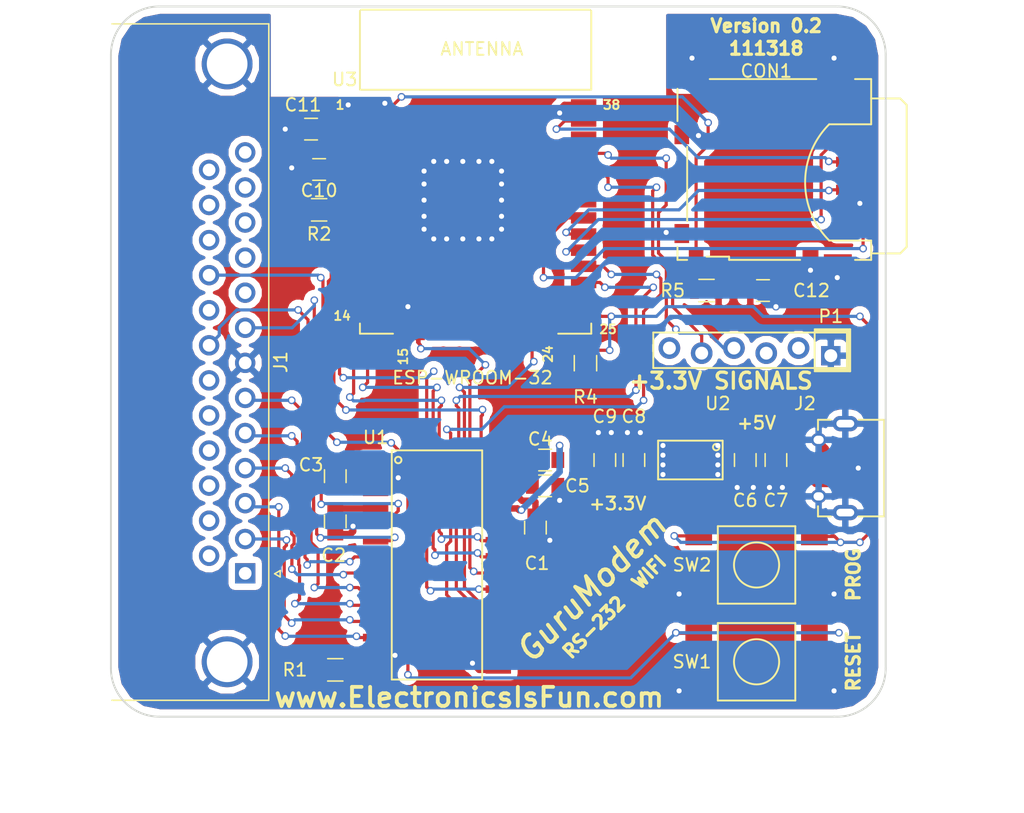
<source format=kicad_pcb>
(kicad_pcb (version 4) (host pcbnew 4.0.7)
  (title_block (title GuruModem) (date 2018-10-14) (rev 0.1) (company "Electronics Is Fun") (comment 1 "Engineer: Carlos Santiago") (comment 2 "PCB Layout"))
  (layers (0 F.Cu signal) (31 B.Cu signal) (34 B.Paste user) (35 F.Paste user) (36 B.SilkS user) (37 F.SilkS user) (38 B.Mask user) (39 F.Mask user) (44 Edge.Cuts user))
  (net 0 "")
  (net 1 +3V3)
  (net 2 GND)
  (net 3 /ESP32/EN)
  (net 4 /ESP32/SS)
  (net 5 /ESP32/MOSI)
  (net 6 /ESP32/SCK)
  (net 7 /ESP32/MISO)
  (net 8 /RS232LevelShifter/TXD)
  (net 9 /RS232LevelShifter/RXD)
  (net 10 /RS232LevelShifter/RTS)
  (net 11 /RS232LevelShifter/CTS)
  (net 12 /RS232LevelShifter/DSR)
  (net 13 /RS232LevelShifter/DCD)
  (net 14 /RS232LevelShifter/DTR)
  (net 15 /RS232LevelShifter/RI)
  (net 16 /ESP32/FTDI-TXD)
  (net 17 /ESP32/FTDI-RXD)
  (net 18 "Net-(R1-Pad1)")
  (net 19 /ESP32/GPIO0)
  (net 20 /ESP32/CARD_DETECT)
  (net 21 /ESP32/ESP32-RI)
  (net 22 /ESP32/ESP32-DCD)
  (net 23 /ESP32/ESP32-DTR)
  (net 24 /ESP32/ESP32-RTS)
  (net 25 /ESP32/ESP32-RXD)
  (net 26 /ESP32/ESP32-DSR)
  (net 27 /ESP32/ESP32-CTS)
  (net 28 /ESP32/ESP32-TXD)
  (net 29 /PowerSupply/+5V)
  (net 30 /RS232LevelShifter/V-)
  (net 31 /RS232LevelShifter/C2+)
  (net 32 /RS232LevelShifter/C2-)
  (net 33 /RS232LevelShifter/C1+)
  (net 34 /RS232LevelShifter/C1-)
  (net 35 /RS232LevelShifter/V+)
  (module EIFLibrary:ESP-WROOM-32 (layer F.Cu) (at 98.425 86.995)
    (fp_text reference U3 (at -1.8 -2) (layer F.SilkS))
    (fp_text value ESP-WROOM-32 hide)
    (fp_text user ESP-WROOM-32 (at 8.255 21.463 180) (layer F.SilkS))
    (fp_text user 14 (at -2 16.6) (layer F.SilkS) (effects (font (size 0.7 0.7))))
    (fp_text user 1 (at -2.159 0) (layer F.SilkS) (effects (font (size 0.7 0.7))))
    (fp_text user ANTENNA (at 9 -4.4) (layer F.SilkS))
    (fp_text user 38 (at 19.2 0) (layer F.SilkS) (effects (font (size 0.7 0.7))))
    (fp_text user 25 (at 18.923 17.653) (layer F.SilkS) (effects (font (size 0.7 0.7))))
    (fp_text user 24 (at 14.2 19.6 90) (layer F.SilkS) (effects (font (size 0.7 0.7))))
    (fp_text user 15 (at 2.8 19.8 270) (layer F.SilkS) (effects (font (size 0.7 0.7))))
    (pad 1 smd rect (at 0 0) (size 2 0.9) (layers F.Cu F.Paste F.Mask) (net 2 GND))
    (pad 2 smd rect (at 0 1.27) (size 2 0.9) (layers F.Cu F.Paste F.Mask) (net 1 +3V3))
    (pad 3 smd rect (at 0 2.54) (size 2 0.9) (layers F.Cu F.Paste F.Mask) (net 3 /ESP32/EN))
    (pad 4 smd rect (at 0 3.81) (size 2 0.9) (layers F.Cu F.Paste F.Mask))
    (pad 5 smd rect (at 0 5.08) (size 2 0.9) (layers F.Cu F.Paste F.Mask))
    (pad 6 smd rect (at 0 6.35) (size 2 0.9) (layers F.Cu F.Paste F.Mask))
    (pad 7 smd rect (at 0 7.62) (size 2 0.9) (layers F.Cu F.Paste F.Mask))
    (pad 8 smd rect (at 0 8.89) (size 2 0.9) (layers F.Cu F.Paste F.Mask) (net 21 /ESP32/ESP32-RI))
    (pad 9 smd rect (at 0 10.16) (size 2 0.9) (layers F.Cu F.Paste F.Mask) (net 20 /ESP32/CARD_DETECT))
    (pad 10 smd rect (at 0 11.43) (size 2 0.9) (layers F.Cu F.Paste F.Mask))
    (pad 11 smd rect (at 0 12.7) (size 2 0.9) (layers F.Cu F.Paste F.Mask))
    (pad 12 smd rect (at 0 13.97) (size 2 0.9) (layers F.Cu F.Paste F.Mask) (net 23 /ESP32/ESP32-DTR))
    (pad 13 smd rect (at 0 15.24) (size 2 0.9) (layers F.Cu F.Paste F.Mask) (net 22 /ESP32/ESP32-DCD))
    (pad 14 smd rect (at 0 16.51) (size 2 0.9) (layers F.Cu F.Paste F.Mask) (net 26 /ESP32/ESP32-DSR))
    (pad 15 smd rect (at 2.785 17.51 180) (size 0.9 2) (layers F.Cu F.Paste F.Mask) (net 2 GND))
    (pad 25 smd rect (at 17 16.51) (size 2 0.9) (layers F.Cu F.Paste F.Mask) (net 19 /ESP32/GPIO0))
    (pad 39 smd rect (at 7.5 7.5) (size 5 5) (layers F.Cu F.Paste F.Mask) (net 2 GND))
    (pad 16 smd rect (at 4.055 17.51 180) (size 0.9 2) (layers F.Cu F.Paste F.Mask) (net 24 /ESP32/ESP32-RTS))
    (pad 17 smd rect (at 5.325 17.51 180) (size 0.9 2) (layers F.Cu F.Paste F.Mask))
    (pad 18 smd rect (at 6.595 17.51 180) (size 0.9 2) (layers F.Cu F.Paste F.Mask))
    (pad 19 smd rect (at 7.865 17.51 180) (size 0.9 2) (layers F.Cu F.Paste F.Mask))
    (pad 20 smd rect (at 9.135 17.51 180) (size 0.9 2) (layers F.Cu F.Paste F.Mask))
    (pad 21 smd rect (at 10.405 17.51 180) (size 0.9 2) (layers F.Cu F.Paste F.Mask))
    (pad 22 smd rect (at 11.675 17.51 180) (size 0.9 2) (layers F.Cu F.Paste F.Mask))
    (pad 23 smd rect (at 12.945 17.51 180) (size 0.9 2) (layers F.Cu F.Paste F.Mask) (net 27 /ESP32/ESP32-CTS))
    (pad 24 smd rect (at 14.215 17.51 180) (size 0.9 2) (layers F.Cu F.Paste F.Mask))
    (pad 26 smd rect (at 17 15.24) (size 2 0.9) (layers F.Cu F.Paste F.Mask))
    (pad 27 smd rect (at 17 13.97) (size 2 0.9) (layers F.Cu F.Paste F.Mask) (net 25 /ESP32/ESP32-RXD))
    (pad 28 smd rect (at 17 12.7) (size 2 0.9) (layers F.Cu F.Paste F.Mask) (net 28 /ESP32/ESP32-TXD))
    (pad 29 smd rect (at 17 11.43) (size 2 0.9) (layers F.Cu F.Paste F.Mask) (net 4 /ESP32/SS))
    (pad 30 smd rect (at 17 10.16) (size 2 0.9) (layers F.Cu F.Paste F.Mask) (net 6 /ESP32/SCK))
    (pad 31 smd rect (at 17 8.89) (size 2 0.9) (layers F.Cu F.Paste F.Mask) (net 7 /ESP32/MISO))
    (pad 32 smd rect (at 17 7.62) (size 2 0.9) (layers F.Cu F.Paste F.Mask))
    (pad 33 smd rect (at 17 6.35) (size 2 0.9) (layers F.Cu F.Paste F.Mask))
    (pad 34 smd rect (at 17 5.08) (size 2 0.9) (layers F.Cu F.Paste F.Mask) (net 16 /ESP32/FTDI-TXD))
    (pad 35 smd rect (at 17 3.81) (size 2 0.9) (layers F.Cu F.Paste F.Mask) (net 17 /ESP32/FTDI-RXD))
    (pad 36 smd rect (at 17 2.54) (size 2 0.9) (layers F.Cu F.Paste F.Mask))
    (pad 37 smd rect (at 17 1.27) (size 2 0.9) (layers F.Cu F.Paste F.Mask) (net 5 /ESP32/MOSI))
    (pad 38 smd rect (at 17 0) (size 2 0.9) (layers F.Cu F.Paste F.Mask) (net 2 GND))
  )
  (module Capacitors_SMD:C_0805 (layer F.Cu) (at 111.633 120.253 270)
    (fp_text reference C1 (at 2.81 -0.127 360) (layer F.SilkS))
    (fp_text value 0.1uF hide)
    (pad 1 smd rect (at -1 0 270) (size 1 1.25) (layers F.Cu F.Paste F.Mask) (net 1 +3V3))
    (pad 2 smd rect (at 1 0 270) (size 1 1.25) (layers F.Cu F.Paste F.Mask) (net 2 GND))
  )
  (module Capacitors_SMD:C_0805 (layer F.Cu) (at 95.885 119.761 90)
    (fp_text reference C2 (at -2.667 -0.127 180) (layer F.SilkS))
    (fp_text value 0.1uF hide)
    (pad 1 smd rect (at -1 0 90) (size 1 1.25) (layers F.Cu F.Paste F.Mask) (net 2 GND))
    (pad 2 smd rect (at 1 0 90) (size 1 1.25) (layers F.Cu F.Paste F.Mask) (net 30 /RS232LevelShifter/V-))
  )
  (module Capacitors_SMD:C_0805 (layer F.Cu) (at 95.885 116.205 270)
    (fp_text reference C3 (at -0.889 1.905 360) (layer F.SilkS))
    (fp_text value 0.1uF hide)
    (pad 1 smd rect (at -1 0 270) (size 1 1.25) (layers F.Cu F.Paste F.Mask) (net 31 /RS232LevelShifter/C2+))
    (pad 2 smd rect (at 1 0 270) (size 1 1.25) (layers F.Cu F.Paste F.Mask) (net 32 /RS232LevelShifter/C2-))
  )
  (module Capacitors_SMD:C_0805 (layer F.Cu) (at 112.395 114.935)
    (fp_text reference C4 (at -0.381 -1.651 180) (layer F.SilkS))
    (fp_text value 0.1uF hide)
    (pad 1 smd rect (at -1 0) (size 1 1.25) (layers F.Cu F.Paste F.Mask) (net 33 /RS232LevelShifter/C1+))
    (pad 2 smd rect (at 1 0) (size 1 1.25) (layers F.Cu F.Paste F.Mask) (net 34 /RS232LevelShifter/C1-))
  )
  (module Capacitors_SMD:C_0805 (layer F.Cu) (at 112.395 116.967 180)
    (fp_text reference C5 (at -2.54 0 180) (layer F.SilkS))
    (fp_text value 0.1uF hide)
    (pad 1 smd rect (at -1 0 180) (size 1 1.25) (layers F.Cu F.Paste F.Mask) (net 2 GND))
    (pad 2 smd rect (at 1 0 180) (size 1 1.25) (layers F.Cu F.Paste F.Mask) (net 35 /RS232LevelShifter/V+))
  )
  (module Capacitors_SMD:C_0805 (layer F.Cu) (at 128.143 114.935 270)
    (fp_text reference C6 (at 3.175 0 360) (layer F.SilkS))
    (fp_text value 10uF hide)
    (pad 1 smd rect (at -1 0 270) (size 1 1.25) (layers F.Cu F.Paste F.Mask) (net 29 /PowerSupply/+5V))
    (pad 2 smd rect (at 1 0 270) (size 1 1.25) (layers F.Cu F.Paste F.Mask) (net 2 GND))
  )
  (module Capacitors_SMD:C_0805 (layer F.Cu) (at 130.556 114.935 270)
    (fp_text reference C7 (at 3.175 0 360) (layer F.SilkS))
    (fp_text value 0.1uF hide)
    (pad 1 smd rect (at -1 0 270) (size 1 1.25) (layers F.Cu F.Paste F.Mask) (net 29 /PowerSupply/+5V))
    (pad 2 smd rect (at 1 0 270) (size 1 1.25) (layers F.Cu F.Paste F.Mask) (net 2 GND))
  )
  (module Capacitors_SMD:C_0805 (layer F.Cu) (at 119.38 114.935 90)
    (fp_text reference C8 (at 3.429 0 180) (layer F.SilkS))
    (fp_text value 0.1uF hide)
    (pad 1 smd rect (at -1 0 90) (size 1 1.25) (layers F.Cu F.Paste F.Mask) (net 1 +3V3))
    (pad 2 smd rect (at 1 0 90) (size 1 1.25) (layers F.Cu F.Paste F.Mask) (net 2 GND))
  )
  (module Capacitors_SMD:C_0805 (layer F.Cu) (at 117.094 114.935 90)
    (fp_text reference C9 (at 3.429 0 180) (layer F.SilkS))
    (fp_text value 10uF hide)
    (pad 1 smd rect (at -1 0 90) (size 1 1.25) (layers F.Cu F.Paste F.Mask) (net 1 +3V3))
    (pad 2 smd rect (at 1 0 90) (size 1 1.25) (layers F.Cu F.Paste F.Mask) (net 2 GND))
  )
  (module Capacitors_SMD:C_0805 (layer F.Cu) (at 94.615 92.075 180)
    (fp_text reference C10 (at 0 -1.651 180) (layer F.SilkS))
    (fp_text value 1nF hide)
    (pad 1 smd rect (at -1 0 180) (size 1 1.25) (layers F.Cu F.Paste F.Mask) (net 3 /ESP32/EN))
    (pad 2 smd rect (at 1 0 180) (size 1 1.25) (layers F.Cu F.Paste F.Mask) (net 2 GND))
  )
  (module Capacitors_SMD:C_0805 (layer F.Cu) (at 93.98 88.9 180)
    (fp_text reference C11 (at 0.635 1.905 360) (layer F.SilkS))
    (fp_text value 0.1uF hide)
    (pad 1 smd rect (at -1 0 180) (size 1 1.25) (layers F.Cu F.Paste F.Mask) (net 1 +3V3))
    (pad 2 smd rect (at 1 0 180) (size 1 1.25) (layers F.Cu F.Paste F.Mask) (net 2 GND))
  )
  (module Capacitors_SMD:C_0805 (layer F.Cu) (at 129.54 101.6)
    (fp_text reference C12 (at 3.81 0) (layer F.SilkS))
    (fp_text value 0.1uF hide)
    (pad 1 smd rect (at -1 0) (size 1 1.25) (layers F.Cu F.Paste F.Mask) (net 1 +3V3))
    (pad 2 smd rect (at 1 0) (size 1 1.25) (layers F.Cu F.Paste F.Mask) (net 2 GND))
  )
  (module EIFLibrary:CUI_Micro_USB_SMT_UJ2-MIBH2-4-SMT (layer F.Cu) (at 139.065 115.57 180)
    (fp_text reference J2 (at 6.223 5.08 180) (layer F.SilkS))
    (fp_text value USB_OTG hide)
    (pad 1 smd rect (at 4.6 -1.3 180) (size 1.2 0.4) (layers F.Cu F.Paste F.Mask) (net 29 /PowerSupply/+5V))
    (pad 2 smd rect (at 4.6 -0.65 180) (size 1.2 0.4) (layers F.Cu F.Paste F.Mask))
    (pad 3 smd rect (at 4.6 0 180) (size 1.2 0.4) (layers F.Cu F.Paste F.Mask))
    (pad 4 smd rect (at 4.6 0.65 180) (size 1.2 0.4) (layers F.Cu F.Paste F.Mask))
    (pad 5 smd rect (at 4.6 1.3 180) (size 1.2 0.4) (layers F.Cu F.Paste F.Mask) (net 2 GND))
    (pad 6 thru_hole oval (at 5.15 -2.225 180) (size 1.2 1.05) (drill oval 0.8 0.65) (layers *.Cu *.Mask) (net 2 GND))
    (pad 6 thru_hole oval (at 5.15 2.225 180) (size 1.2 1.05) (drill oval 0.8 0.65) (layers *.Cu *.Mask) (net 2 GND))
    (pad 6 thru_hole oval (at 3.05 -3.5 180) (size 2 1.2) (drill oval 1.4 0.6) (layers *.Cu *.Mask) (net 2 GND))
    (pad 6 thru_hole oval (at 3.05 3.5 180) (size 2 1.2) (drill oval 1.4 0.6) (layers *.Cu *.Mask) (net 2 GND))
    (pad 6 smd rect (at 3.05 0 180) (size 0.9 3) (layers F.Cu F.Paste F.Mask) (net 2 GND))
  )
  (module Resistors_SMD:R_0805 (layer F.Cu) (at 95.885 131.445 180)
    (fp_text reference R1 (at 3.175 0 180) (layer F.SilkS))
    (fp_text value 10K hide)
    (pad 1 smd rect (at -0.95 0 180) (size 0.7 1.3) (layers F.Cu F.Paste F.Mask) (net 18 "Net-(R1-Pad1)"))
    (pad 2 smd rect (at 0.95 0 180) (size 0.7 1.3) (layers F.Cu F.Paste F.Mask) (net 1 +3V3))
  )
  (module Resistors_SMD:R_0805 (layer F.Cu) (at 94.615 95.25)
    (fp_text reference R2 (at 0 1.905) (layer F.SilkS))
    (fp_text value 10K hide)
    (pad 1 smd rect (at -0.95 0) (size 0.7 1.3) (layers F.Cu F.Paste F.Mask) (net 1 +3V3))
    (pad 2 smd rect (at 0.95 0) (size 0.7 1.3) (layers F.Cu F.Paste F.Mask) (net 3 /ESP32/EN))
  )
  (module Resistors_SMD:R_0805 (layer F.Cu) (at 115.57 107.315 90)
    (fp_text reference R4 (at -2.667 0 180) (layer F.SilkS))
    (fp_text value 10K hide)
    (pad 1 smd rect (at -0.95 0 90) (size 0.7 1.3) (layers F.Cu F.Paste F.Mask) (net 1 +3V3))
    (pad 2 smd rect (at 0.95 0 90) (size 0.7 1.3) (layers F.Cu F.Paste F.Mask) (net 19 /ESP32/GPIO0))
  )
  (module Resistors_SMD:R_0805 (layer F.Cu) (at 125.095 101.6 180)
    (fp_text reference R5 (at 2.667 0 180) (layer F.SilkS))
    (fp_text value 10K hide)
    (pad 1 smd rect (at -0.95 0 180) (size 0.7 1.3) (layers F.Cu F.Paste F.Mask) (net 1 +3V3))
    (pad 2 smd rect (at 0.95 0 180) (size 0.7 1.3) (layers F.Cu F.Paste F.Mask) (net 20 /ESP32/CARD_DETECT))
  )
  (module EIFLibrary:SOIC-28DW (layer F.Cu) (at 99.06 114.935)
    (fp_text reference U1 (at 0 -1.778) (layer F.SilkS))
    (fp_text value MAX3237ECDWR hide)
    (pad 1 smd rect (at 0 0) (size 2 0.6) (layers F.Cu F.Paste F.Mask) (net 31 /RS232LevelShifter/C2+))
    (pad 2 smd rect (at 0 1.27) (size 2 0.6) (layers F.Cu F.Paste F.Mask) (net 2 GND))
    (pad 3 smd rect (at 0 2.54) (size 2 0.6) (layers F.Cu F.Paste F.Mask) (net 32 /RS232LevelShifter/C2-))
    (pad 4 smd rect (at 0 3.81) (size 2 0.6) (layers F.Cu F.Paste F.Mask) (net 30 /RS232LevelShifter/V-))
    (pad 5 smd rect (at 0 5.08) (size 2 0.6) (layers F.Cu F.Paste F.Mask) (net 15 /RS232LevelShifter/RI))
    (pad 6 smd rect (at 0 6.35) (size 2 0.6) (layers F.Cu F.Paste F.Mask) (net 13 /RS232LevelShifter/DCD))
    (pad 7 smd rect (at -0.001 7.62) (size 2 0.6) (layers F.Cu F.Paste F.Mask) (net 12 /RS232LevelShifter/DSR))
    (pad 8 smd rect (at -0.001 8.89) (size 2 0.6) (layers F.Cu F.Paste F.Mask) (net 10 /RS232LevelShifter/RTS))
    (pad 9 smd rect (at -0.001 10.16) (size 2 0.6) (layers F.Cu F.Paste F.Mask) (net 14 /RS232LevelShifter/DTR))
    (pad 10 smd rect (at -0.001 11.43) (size 2 0.6) (layers F.Cu F.Paste F.Mask) (net 11 /RS232LevelShifter/CTS))
    (pad 11 smd rect (at -0.001 12.7) (size 2 0.6) (layers F.Cu F.Paste F.Mask) (net 8 /RS232LevelShifter/TXD))
    (pad 12 smd rect (at -0.001 13.97) (size 2 0.6) (layers F.Cu F.Paste F.Mask) (net 9 /RS232LevelShifter/RXD))
    (pad 13 smd rect (at -0.001 15.24) (size 2 0.6) (layers F.Cu F.Paste F.Mask) (net 2 GND))
    (pad 14 smd rect (at -0.001 16.51) (size 2 0.6) (layers F.Cu F.Paste F.Mask) (net 18 "Net-(R1-Pad1)"))
    (pad 15 smd rect (at 9.652 16.51) (size 2 0.6) (layers F.Cu F.Paste F.Mask) (net 2 GND))
    (pad 16 smd rect (at 9.652 15.24) (size 2 0.6) (layers F.Cu F.Paste F.Mask))
    (pad 17 smd rect (at 9.652 13.97) (size 2 0.6) (layers F.Cu F.Paste F.Mask) (net 28 /ESP32/ESP32-TXD))
    (pad 18 smd rect (at 9.652 12.7) (size 2 0.6) (layers F.Cu F.Paste F.Mask) (net 25 /ESP32/ESP32-RXD))
    (pad 19 smd rect (at 9.652 11.43) (size 2 0.6) (layers F.Cu F.Paste F.Mask) (net 27 /ESP32/ESP32-CTS))
    (pad 20 smd rect (at 9.652 10.16) (size 2 0.6) (layers F.Cu F.Paste F.Mask) (net 23 /ESP32/ESP32-DTR))
    (pad 21 smd rect (at 9.652 8.89) (size 2 0.6) (layers F.Cu F.Paste F.Mask) (net 24 /ESP32/ESP32-RTS))
    (pad 22 smd rect (at 9.652 7.62) (size 2 0.6) (layers F.Cu F.Paste F.Mask) (net 26 /ESP32/ESP32-DSR))
    (pad 23 smd rect (at 9.652 6.35) (size 2 0.6) (layers F.Cu F.Paste F.Mask) (net 22 /ESP32/ESP32-DCD))
    (pad 24 smd rect (at 9.652 5.08) (size 2 0.6) (layers F.Cu F.Paste F.Mask) (net 21 /ESP32/ESP32-RI))
    (pad 25 smd rect (at 9.652 3.81) (size 2 0.6) (layers F.Cu F.Paste F.Mask) (net 34 /RS232LevelShifter/C1-))
    (pad 26 smd rect (at 9.652 2.54) (size 2 0.6) (layers F.Cu F.Paste F.Mask) (net 1 +3V3))
    (pad 27 smd rect (at 9.652 1.27) (size 2 0.6) (layers F.Cu F.Paste F.Mask) (net 35 /RS232LevelShifter/V+))
    (pad 28 smd rect (at 9.652 0) (size 2 0.6) (layers F.Cu F.Paste F.Mask) (net 33 /RS232LevelShifter/C1+))
  )
  (module EIFLibrary:SO-8EP (layer F.Cu) (at 123.825 114.935 180)
    (fp_text reference U2 (at -2.159 4.445 180) (layer F.SilkS))
    (fp_text value AP7362-33 hide)
    (pad 9 smd rect (at 0 0 180) (size 3.502 2.613) (layers F.Cu F.Paste F.Mask) (net 2 GND))
    (pad 1 smd rect (at -1.905 2.4975 180) (size 0.802 1.505) (layers F.Cu F.Paste F.Mask) (net 2 GND))
    (pad 2 smd rect (at -0.635 2.4975 180) (size 0.802 1.505) (layers F.Cu F.Paste F.Mask) (net 29 /PowerSupply/+5V))
    (pad 3 smd rect (at 0.635 2.4975 180) (size 0.802 1.505) (layers F.Cu F.Paste F.Mask) (net 29 /PowerSupply/+5V))
    (pad 4 smd rect (at 1.905 2.4975 180) (size 0.802 1.505) (layers F.Cu F.Paste F.Mask) (net 29 /PowerSupply/+5V))
    (pad 5 smd rect (at 1.905 -2.4975 180) (size 0.802 1.505) (layers F.Cu F.Paste F.Mask) (net 1 +3V3))
    (pad 6 smd rect (at 0.635 -2.4975 180) (size 0.802 1.505) (layers F.Cu F.Paste F.Mask) (net 1 +3V3))
    (pad 7 smd rect (at -0.635 -2.4975 180) (size 0.802 1.505) (layers F.Cu F.Paste F.Mask) (net 1 +3V3))
    (pad 8 smd rect (at -1.905 -2.4975 180) (size 0.802 1.505) (layers F.Cu F.Paste F.Mask))
  )
  (module EIFLibrary:Micro-PUSHBUTTON (layer F.Cu) (at 129.032 130.81 270)
    (fp_text reference SW1 (at 0 5.08 360) (layer F.SilkS))
    (fp_text value SW_6x6mm hide)
    (pad 1 smd rect (at 2.24 -4.55 270) (size 1.38 2.1) (layers F.Cu F.Paste F.Mask) (net 2 GND))
    (pad 2 smd rect (at 2.24 4.55 270) (size 1.38 2.1) (layers F.Cu F.Paste F.Mask) (net 2 GND))
    (pad 3 smd rect (at -2.24 -4.55 270) (size 1.38 2.1) (layers F.Cu F.Paste F.Mask) (net 3 /ESP32/EN))
    (pad 4 smd rect (at -2.24 4.55 270) (size 1.38 2.1) (layers F.Cu F.Paste F.Mask) (net 3 /ESP32/EN))
  )
  (module EIFLibrary:Micro-PUSHBUTTON (layer F.Cu) (at 129.032 123.19 270)
    (fp_text reference SW2 (at 0 5.08 360) (layer F.SilkS))
    (fp_text value SW_6x6mm hide)
    (pad 1 smd rect (at 2.24 -4.55 270) (size 1.38 2.1) (layers F.Cu F.Paste F.Mask) (net 2 GND))
    (pad 2 smd rect (at 2.24 4.55 270) (size 1.38 2.1) (layers F.Cu F.Paste F.Mask) (net 2 GND))
    (pad 3 smd rect (at -2.24 -4.55 270) (size 1.38 2.1) (layers F.Cu F.Paste F.Mask) (net 19 /ESP32/GPIO0))
    (pad 4 smd rect (at -2.24 4.55 270) (size 1.38 2.1) (layers F.Cu F.Paste F.Mask) (net 19 /ESP32/GPIO0))
  )
  (module EIFLibrary:DSUB-25_Female_RightAngle_MountingHoles (layer F.Cu) (at 88.796 123.85 270)
    (fp_text reference J1 (at -16.62098 -2.79746 270) (layer F.SilkS))
    (fp_text value DB25_Female_RightAngle_MountingHoles)
    (pad 13 thru_hole circle (at -33.12 0 270) (size 1.6 1.6) (drill 1) (layers *.Cu *.Mask))
    (pad 12 thru_hole circle (at -30.36 0 270) (size 1.6 1.6) (drill 1) (layers *.Cu *.Mask))
    (pad 11 thru_hole circle (at -27.6 0 270) (size 1.6 1.6) (drill 1) (layers *.Cu *.Mask))
    (pad 10 thru_hole circle (at -24.84 0 270) (size 1.6 1.6) (drill 1) (layers *.Cu *.Mask))
    (pad 9 thru_hole circle (at -22.08 0 270) (size 1.6 1.6) (drill 1) (layers *.Cu *.Mask))
    (pad 8 thru_hole circle (at -19.32 0 270) (size 1.6 1.6) (drill 1) (layers *.Cu *.Mask) (net 13 /RS232LevelShifter/DCD))
    (pad 7 thru_hole circle (at -16.56 0 270) (size 1.6 1.6) (drill 1) (layers *.Cu *.Mask) (net 2 GND))
    (pad 6 thru_hole circle (at -13.8 0 270) (size 1.6 1.6) (drill 1) (layers *.Cu *.Mask) (net 12 /RS232LevelShifter/DSR))
    (pad 5 thru_hole circle (at -11.04 0 270) (size 1.6 1.6) (drill 1) (layers *.Cu *.Mask) (net 11 /RS232LevelShifter/CTS))
    (pad 4 thru_hole circle (at -8.28 0 270) (size 1.6 1.6) (drill 1) (layers *.Cu *.Mask) (net 10 /RS232LevelShifter/RTS))
    (pad 3 thru_hole circle (at -5.52 0 270) (size 1.6 1.6) (drill 1) (layers *.Cu *.Mask) (net 9 /RS232LevelShifter/RXD))
    (pad 2 thru_hole circle (at -2.7 0 270) (size 1.6 1.6) (drill 1) (layers *.Cu *.Mask) (net 8 /RS232LevelShifter/TXD))
    (pad 1 thru_hole rect (at 0 0 270) (size 1.6 1.6) (drill 1) (layers *.Cu *.Mask))
    (pad 25 thru_hole circle (at -31.74 2.84 270) (size 1.6 1.6) (drill 1) (layers *.Cu *.Mask))
    (pad 24 thru_hole circle (at -28.98 2.84 270) (size 1.6 1.6) (drill 1) (layers *.Cu *.Mask))
    (pad 23 thru_hole circle (at -26.22 2.84 270) (size 1.6 1.6) (drill 1) (layers *.Cu *.Mask))
    (pad 22 thru_hole circle (at -23.46 2.84 270) (size 1.6 1.6) (drill 1) (layers *.Cu *.Mask) (net 15 /RS232LevelShifter/RI))
    (pad 21 thru_hole circle (at -20.7 2.84 270) (size 1.6 1.6) (drill 1) (layers *.Cu *.Mask))
    (pad 20 thru_hole circle (at -17.94 2.84 270) (size 1.6 1.6) (drill 1) (layers *.Cu *.Mask) (net 14 /RS232LevelShifter/DTR))
    (pad 19 thru_hole circle (at -15.18 2.84 270) (size 1.6 1.6) (drill 1) (layers *.Cu *.Mask))
    (pad 18 thru_hole circle (at -12.42 2.84 270) (size 1.6 1.6) (drill 1) (layers *.Cu *.Mask))
    (pad 17 thru_hole circle (at -9.66 2.84 270) (size 1.6 1.6) (drill 1) (layers *.Cu *.Mask))
    (pad 16 thru_hole circle (at -6.9 2.84 270) (size 1.6 1.6) (drill 1) (layers *.Cu *.Mask))
    (pad 15 thru_hole circle (at -4.14 2.84 270) (size 1.6 1.6) (drill 1) (layers *.Cu *.Mask))
    (pad 14 thru_hole circle (at -1.38 2.84 270) (size 1.6 1.6) (drill 1) (layers *.Cu *.Mask))
    (pad 26 thru_hole circle (at -40.08 1.42 270) (size 4 4) (drill 3.2) (layers *.Cu *.Mask) (net 2 GND))
    (pad 27 thru_hole circle (at 6.96 1.42 270) (size 4 4) (drill 3.2) (layers *.Cu *.Mask) (net 2 GND))
  )
  (module EIFLibrary:HDR_6-PIN_STAGGERD (layer F.Cu) (at 134.874 106.426 180)
    (fp_text reference P1 (at 0 2.794 180) (layer F.SilkS))
    (fp_text value CONN_01X06 hide)
    (pad 1 thru_hole rect (at 0 -0.3 180) (size 1.524 1.524) (drill 1.016) (layers *.Cu *.Mask) (net 2 GND))
    (pad 2 thru_hole circle (at 2.54 0.3 180) (size 1.7018 1.7018) (drill 1.016) (layers *.Cu *.Mask))
    (pad 3 thru_hole circle (at 5.08 -0.1 180) (size 1.7018 1.7018) (drill 1.016) (layers *.Cu *.Mask))
    (pad 4 thru_hole circle (at 7.62 0.3 180) (size 1.7018 1.7018) (drill 1.016) (layers *.Cu *.Mask) (net 16 /ESP32/FTDI-TXD))
    (pad 5 thru_hole circle (at 10.16 -0.1 180) (size 1.7018 1.7018) (drill 1.016) (layers *.Cu *.Mask) (net 17 /ESP32/FTDI-RXD))
    (pad 6 thru_hole circle (at 12.7 0.3 180) (size 1.7018 1.7018) (drill 1.016) (layers *.Cu *.Mask))
  )
  (module EIFLibrary:MicroSD-503182-1852 (layer F.Cu) (at 136.525 84.455 270)
    (fp_text reference CON1 (at -0.127 6.731 360) (layer F.SilkS))
    (fp_text value MICRO_SD_Card)
    (pad 8 smd rect (at 12.52 0.62 270) (size 0.8 1.24) (layers F.Cu F.Paste F.Mask))
    (pad 7 smd rect (at 11.42 0.62 270) (size 0.8 1.24) (layers F.Cu F.Paste F.Mask) (net 7 /ESP32/MISO))
    (pad 6 smd rect (at 10.32 0.62 270) (size 0.8 1.24) (layers F.Cu F.Paste F.Mask) (net 2 GND))
    (pad 5 smd rect (at 9.22 0.62 270) (size 0.8 1.24) (layers F.Cu F.Paste F.Mask) (net 6 /ESP32/SCK))
    (pad 4 smd rect (at 8.12 0.62 270) (size 0.8 1.24) (layers F.Cu F.Paste F.Mask) (net 1 +3V3))
    (pad 3 smd rect (at 7.02 0.62 270) (size 0.8 1.24) (layers F.Cu F.Paste F.Mask) (net 5 /ESP32/MOSI))
    (pad 2 smd rect (at 5.92 0.62 270) (size 0.8 1.24) (layers F.Cu F.Paste F.Mask) (net 4 /ESP32/SS))
    (pad 1 smd rect (at 4.82 0.62 270) (size 0.8 1.24) (layers F.Cu F.Paste F.Mask))
    (pad 9 smd rect (at 0.475 1.25 270) (size 0.95 2.5) (layers F.Cu F.Paste F.Mask) (net 2 GND))
    (pad 10 smd rect (at 0.575 12.58 270) (size 1.15 2.2) (layers F.Cu F.Paste F.Mask) (net 2 GND))
    (pad 11 smd rect (at 4.88 13.375 270) (size 1.5 1.15) (layers F.Cu F.Paste F.Mask) (net 2 GND))
    (pad 12 smd rect (at 12.66 13.375 270) (size 1.5 1.15) (layers F.Cu F.Paste F.Mask) (net 2 GND))
    (pad 13 smd rect (at 14.46 12.25 270) (size 1.2 1.15) (layers F.Cu F.Paste F.Mask) (net 20 /ESP32/CARD_DETECT))
    (pad 14 smd rect (at 14.46 3.25 270) (size 1.16 1.25) (layers F.Cu F.Paste F.Mask) (net 2 GND))
    (pad 15 smd rect (at 14.865 1.1 270) (size 1.15 2.2) (layers F.Cu F.Paste F.Mask) (net 2 GND))
  )
  (gr_text "+3.3V SIGNALS" (at 126.238 108.712) (layer F.SilkS) (effects (font (size 1.27 1.27) (thickness 0.254))))
  (gr_text +3.3V (at 118.11 118.364) (layer F.SilkS) (effects (font (size 1 1) (thickness 0.1778))))
  (gr_text +5V (at 129.032 112.014) (layer F.SilkS) (effects (font (size 1 1) (thickness 0.1778))))
  (gr_text 111318 (at 129.794 82.55) (layer F.SilkS) (effects (font (size 1.016 1.016) (thickness 0.254))))
  (gr_text "RS-232  WIFI" (at 117.856 126.492 45) (layer F.SilkS) (effects (font (size 1.016 1.016) (thickness 0.254))))
  (gr_line (start 78.232 83.058) (end 78.232 131.318) (layer Edge.Cuts) (width 0.15))
  (gr_line (start 135.382 79.248) (end 82.042 79.248) (layer Edge.Cuts) (width 0.15))
  (gr_line (start 139.192 131.318) (end 139.192 83.058) (layer Edge.Cuts) (width 0.15))
  (gr_line (start 82.042 135.128) (end 135.128 135.128) (layer Edge.Cuts) (width 0.15))
  (gr_arc (start 82.042 131.318) (end 82.042 135.128) (angle 90) (layer Edge.Cuts) (width 0.15))
  (gr_arc (start 82.042 83.058) (end 78.232 83.058) (angle 90) (layer Edge.Cuts) (width 0.15))
  (gr_arc (start 135.382 83.058) (end 135.382 79.248) (angle 90) (layer Edge.Cuts) (width 0.15))
  (gr_arc (start 135.382 131.318) (end 139.192 131.318) (angle 93.81407483) (layer Edge.Cuts) (width 0.15))
  (gr_text "Version 0.2" (at 129.794 80.772) (layer F.SilkS) (effects (font (size 1.016 1.016) (thickness 0.254))))
  (gr_text GuruModem (at 116.078 124.968 45) (layer F.SilkS) (effects (font (size 1.7794 1.7794) (thickness 0.3) italic)))
  (gr_text PROG (at 136.652 123.952 90) (layer F.SilkS) (effects (font (size 1.016 1.016) (thickness 0.254))))
  (gr_text RESET (at 136.652 130.81 90) (layer F.SilkS) (effects (font (size 1.016 1.016) (thickness 0.254))))
  (gr_text www.ElectronicsIsFun.com (at 106.426 133.604) (layer F.SilkS) (effects (font (size 1.5 1.5748) (thickness 0.3))))
  (segment (start 108.712 117.475) (end 109.922066 117.475) (width 0.508) (layer F.Cu) (net 1))
  (segment (start 109.922066 117.475) (end 110.587265 118.140199) (width 0.508) (layer F.Cu) (net 1))
  (segment (start 110.587265 118.140199) (end 111.528199 118.140199) (width 0.508) (layer F.Cu) (net 1))
  (segment (start 111.528199 118.140199) (end 111.633 118.245) (width 0.508) (layer F.Cu) (net 1))
  (segment (start 111.633 118.245) (end 111.633 119.253) (width 0.508) (layer F.Cu) (net 1))
  (segment (start 95.885 88.9) (end 96.52 88.265) (width 0.508) (layer F.Cu) (net 1))
  (segment (start 96.52 88.265) (end 98.425 88.265) (width 0.508) (layer F.Cu) (net 1))
  (segment (start 95.615 88.9) (end 95.885 88.9) (width 0.508) (layer F.Cu) (net 1))
  (segment (start 117.094 115.935) (end 119.38 115.935) (width 0.508) (layer F.Cu) (net 1))
  (segment (start 121.92 118.872) (end 121.539 119.253) (width 0.508) (layer F.Cu) (net 1))
  (segment (start 119.38 118.745) (end 119.38 115.935) (width 0.508) (layer F.Cu) (net 1))
  (segment (start 119.888 119.253) (end 119.38 118.745) (width 0.508) (layer F.Cu) (net 1))
  (segment (start 120.777 119.253) (end 119.888 119.253) (width 0.508) (layer F.Cu) (net 1))
  (segment (start 121.539 119.253) (end 120.777 119.253) (width 0.508) (layer F.Cu) (net 1))
  (segment (start 123.19 118.745) (end 122.809 119.126) (width 0.508) (layer F.Cu) (net 1))
  (segment (start 121.92 118.872) (end 121.92 117.4325) (width 0.508) (layer F.Cu) (net 1))
  (segment (start 122.174 119.126) (end 121.92 118.872) (width 0.508) (layer F.Cu) (net 1))
  (segment (start 122.809 119.126) (end 122.174 119.126) (width 0.508) (layer F.Cu) (net 1))
  (segment (start 124.46 117.4325) (end 124.46 118.745) (width 0.508) (layer F.Cu) (net 1))
  (segment (start 123.19 118.745) (end 123.19 117.4325) (width 0.508) (layer F.Cu) (net 1))
  (segment (start 123.444 118.999) (end 123.19 118.745) (width 0.508) (layer F.Cu) (net 1))
  (segment (start 124.206 118.999) (end 123.444 118.999) (width 0.508) (layer F.Cu) (net 1))
  (segment (start 124.46 118.745) (end 124.206 118.999) (width 0.508) (layer F.Cu) (net 1))
  (segment (start 124.387 89.335) (end 124.46 89.408) (width 0.508) (layer F.Cu) (net 2))
  (segment (start 123.15 89.335) (end 124.387 89.335) (width 0.508) (layer F.Cu) (net 2))
  (via (at 124.46 89.408) (size 0.6) (drill 0.4) (layers F.Cu B.Cu) (net 2))
  (segment (start 135.905 94.775) (end 137.127 94.775) (width 0.508) (layer F.Cu) (net 2))
  (segment (start 137.127 94.775) (end 137.16 94.742) (width 0.508) (layer F.Cu) (net 2))
  (via (at 137.16 94.742) (size 0.6) (drill 0.4) (layers F.Cu B.Cu) (net 2))
  (segment (start 121.92 97.028) (end 122.174 97.028) (width 0.508) (layer B.Cu) (net 2))
  (segment (start 123.15 97.115) (end 122.007 97.115) (width 0.508) (layer F.Cu) (net 2))
  (segment (start 122.007 97.115) (end 121.92 97.028) (width 0.508) (layer F.Cu) (net 2))
  (via (at 121.92 97.028) (size 0.6) (drill 0.4) (layers F.Cu B.Cu) (net 2))
  (segment (start 135.382 100.584) (end 135.681999 100.284001) (width 0.508) (layer B.Cu) (net 2))
  (segment (start 135.681999 100.284001) (end 135.636 100.33) (width 0.508) (layer B.Cu) (net 2))
  (segment (start 135.425 99.32) (end 135.425 100.541) (width 0.508) (layer F.Cu) (net 2))
  (segment (start 135.425 100.541) (end 135.382 100.584) (width 0.508) (layer F.Cu) (net 2))
  (via (at 135.382 100.584) (size 0.6) (drill 0.4) (layers F.Cu B.Cu) (net 2))
  (via (at 133.275 100.003) (size 0.6) (drill 0.4) (layers F.Cu B.Cu) (net 2))
  (segment (start 133.275 98.915) (end 133.275 100.003) (width 0.508) (layer F.Cu) (net 2))
  (segment (start 123.952 83.312) (end 124.206 83.312) (width 0.508) (layer B.Cu) (net 2))
  (segment (start 123.945 85.03) (end 123.945 83.319) (width 0.508) (layer F.Cu) (net 2))
  (segment (start 123.945 83.319) (end 123.952 83.312) (width 0.508) (layer F.Cu) (net 2))
  (via (at 123.952 83.312) (size 0.6) (drill 0.4) (layers F.Cu B.Cu) (net 2))
  (segment (start 135.128 83.312) (end 135.128 83.736264) (width 0.508) (layer B.Cu) (net 2))
  (segment (start 135.128 83.736264) (end 135.128 83.566) (width 0.508) (layer B.Cu) (net 2))
  (segment (start 135.275 84.93) (end 135.275 83.459) (width 0.508) (layer F.Cu) (net 2))
  (segment (start 135.275 83.459) (end 135.128 83.312) (width 0.508) (layer F.Cu) (net 2))
  (via (at 135.128 83.312) (size 0.6) (drill 0.4) (layers F.Cu B.Cu) (net 2))
  (via (at 96.901 86.995) (size 0.6) (drill 0.4) (layers F.Cu B.Cu) (net 2))
  (segment (start 98.425 86.995) (end 96.901 86.995) (width 0.508) (layer F.Cu) (net 2))
  (segment (start 99.35992 86.86614) (end 99.784184 86.86614) (width 0.508) (layer F.Cu) (net 2))
  (segment (start 98.55386 86.86614) (end 99.35992 86.86614) (width 0.508) (layer F.Cu) (net 2))
  (via (at 99.784184 86.86614) (size 0.6) (drill 0.4) (layers F.Cu B.Cu) (net 2))
  (segment (start 98.425 86.995) (end 98.55386 86.86614) (width 0.508) (layer F.Cu) (net 2))
  (segment (start 113.538 87.374) (end 113.538 87.63) (width 0.508) (layer F.Cu) (net 2))
  (via (at 113.538 87.63) (size 0.6) (drill 0.4) (layers F.Cu B.Cu) (net 2))
  (segment (start 115.425 86.995) (end 113.917 86.995) (width 0.508) (layer F.Cu) (net 2))
  (segment (start 113.917 86.995) (end 113.538 87.374) (width 0.508) (layer F.Cu) (net 2))
  (segment (start 100.711 116.205) (end 100.838 116.332) (width 0.508) (layer F.Cu) (net 2))
  (segment (start 99.06 116.205) (end 100.711 116.205) (width 0.508) (layer F.Cu) (net 2))
  (via (at 100.838 116.332) (size 0.6) (drill 0.4) (layers F.Cu B.Cu) (net 2))
  (via (at 106.68 130.921) (size 0.6) (drill 0.4) (layers F.Cu B.Cu) (net 2))
  (segment (start 108.712 131.445) (end 107.204 131.445) (width 0.508) (layer F.Cu) (net 2))
  (segment (start 107.204 131.445) (end 106.68 130.921) (width 0.508) (layer F.Cu) (net 2))
  (segment (start 108.712 131.445) (end 108.012 131.445) (width 0.508) (layer F.Cu) (net 2))
  (segment (start 108.966 92.202) (end 108.218 92.202) (width 0.508) (layer F.Cu) (net 2))
  (segment (start 108.218 92.202) (end 105.925 94.495) (width 0.508) (layer F.Cu) (net 2))
  (segment (start 108.966 93.218) (end 107.202 93.218) (width 0.508) (layer F.Cu) (net 2))
  (segment (start 107.202 93.218) (end 105.925 94.495) (width 0.508) (layer F.Cu) (net 2))
  (segment (start 108.966 95.758) (end 107.188 95.758) (width 0.508) (layer F.Cu) (net 2))
  (segment (start 107.188 95.758) (end 105.925 94.495) (width 0.508) (layer F.Cu) (net 2))
  (segment (start 108.966 96.774) (end 108.204 96.774) (width 0.508) (layer F.Cu) (net 2))
  (segment (start 108.204 96.774) (end 105.925 94.495) (width 0.508) (layer F.Cu) (net 2))
  (segment (start 101.337 102.87) (end 101.6 102.87) (width 0.508) (layer F.Cu) (net 2))
  (segment (start 101.21 102.997) (end 101.337 102.87) (width 0.508) (layer F.Cu) (net 2))
  (segment (start 101.21 104.505) (end 101.21 102.997) (width 0.508) (layer F.Cu) (net 2))
  (via (at 101.6 102.87) (size 0.6) (drill 0.4) (layers F.Cu B.Cu) (net 2))
  (segment (start 102.87 95.758) (end 104.662 95.758) (width 0.508) (layer F.Cu) (net 2))
  (segment (start 104.662 95.758) (end 105.925 94.495) (width 0.508) (layer F.Cu) (net 2))
  (segment (start 102.87 96.774) (end 103.646 96.774) (width 0.508) (layer F.Cu) (net 2))
  (segment (start 103.646 96.774) (end 105.925 94.495) (width 0.508) (layer F.Cu) (net 2))
  (segment (start 103.632 97.536) (end 103.632 96.788) (width 0.508) (layer F.Cu) (net 2))
  (segment (start 103.632 96.788) (end 105.925 94.495) (width 0.508) (layer F.Cu) (net 2))
  (segment (start 104.648 97.536016) (end 104.648 95.772) (width 0.508) (layer F.Cu) (net 2))
  (segment (start 104.648 95.772) (end 105.925 94.495) (width 0.508) (layer F.Cu) (net 2))
  (segment (start 107.18799 97.536) (end 107.18799 95.75799) (width 0.508) (layer F.Cu) (net 2))
  (segment (start 107.18799 95.75799) (end 105.925 94.495) (width 0.508) (layer F.Cu) (net 2))
  (segment (start 108.204 97.536) (end 108.204 96.774) (width 0.508) (layer F.Cu) (net 2))
  (segment (start 105.918 97.536) (end 107.18799 97.536) (width 0.508) (layer F.Cu) (net 2))
  (segment (start 108.204 97.536) (end 107.18799 97.536) (width 0.508) (layer F.Cu) (net 2))
  (via (at 107.18799 97.536) (size 0.6) (drill 0.4) (layers F.Cu B.Cu) (net 2))
  (via (at 108.204 97.536) (size 0.6) (drill 0.4) (layers F.Cu B.Cu) (net 2))
  (segment (start 104.647984 97.536) (end 104.648 97.536016) (width 0.508) (layer F.Cu) (net 2))
  (segment (start 103.632 97.536) (end 104.647984 97.536) (width 0.508) (layer F.Cu) (net 2))
  (segment (start 104.648016 97.536) (end 104.648 97.536016) (width 0.508) (layer F.Cu) (net 2))
  (segment (start 105.156 97.536) (end 104.648016 97.536) (width 0.508) (layer F.Cu) (net 2))
  (via (at 104.648 97.536016) (size 0.6) (drill 0.4) (layers F.Cu B.Cu) (net 2))
  (segment (start 105.918 97.536) (end 105.156 97.536) (width 0.508) (layer F.Cu) (net 2))
  (segment (start 104.14 97.536) (end 103.632 97.536) (width 0.508) (layer B.Cu) (net 2))
  (via (at 103.632 97.536) (size 0.6) (drill 0.4) (layers F.Cu B.Cu) (net 2))
  (segment (start 105.925 94.495) (end 105.925 97.529) (width 0.508) (layer F.Cu) (net 2))
  (segment (start 105.925 97.529) (end 105.918 97.536) (width 0.508) (layer F.Cu) (net 2))
  (segment (start 105.925 97.543) (end 105.918 97.536) (width 0.508) (layer F.Cu) (net 2))
  (via (at 105.918 97.536) (size 0.6) (drill 0.4) (layers F.Cu B.Cu) (net 2))
  (segment (start 104.647994 91.44) (end 104.648 91.439994) (width 0.508) (layer F.Cu) (net 2))
  (segment (start 103.632 91.44) (end 104.647994 91.44) (width 0.508) (layer F.Cu) (net 2))
  (segment (start 104.648 91.864258) (end 104.648 91.439994) (width 0.508) (layer F.Cu) (net 2))
  (segment (start 104.648 93.218) (end 104.648 91.864258) (width 0.508) (layer F.Cu) (net 2))
  (segment (start 104.902 93.472) (end 104.648 93.218) (width 0.508) (layer F.Cu) (net 2))
  (segment (start 104.902 91.44) (end 104.648006 91.44) (width 0.508) (layer F.Cu) (net 2))
  (via (at 104.648 91.439994) (size 0.6) (drill 0.4) (layers F.Cu B.Cu) (net 2))
  (segment (start 104.648006 91.44) (end 104.648 91.439994) (width 0.508) (layer F.Cu) (net 2))
  (segment (start 105.918 91.44) (end 104.902 91.44) (width 0.508) (layer F.Cu) (net 2))
  (segment (start 102.87 95.504) (end 102.87 95.758) (width 0.508) (layer F.Cu) (net 2))
  (segment (start 102.87 94.542) (end 102.87 95.758) (width 0.508) (layer F.Cu) (net 2))
  (segment (start 102.917 94.495) (end 102.87 94.542) (width 0.508) (layer F.Cu) (net 2))
  (segment (start 102.87 96.774) (end 102.87 95.758) (width 0.508) (layer F.Cu) (net 2))
  (segment (start 105.925 94.495) (end 102.917 94.495) (width 0.508) (layer F.Cu) (net 2))
  (segment (start 102.869996 94.488) (end 102.869996 95.503996) (width 0.508) (layer F.Cu) (net 2))
  (segment (start 102.869996 95.503996) (end 102.87 95.504) (width 0.508) (layer F.Cu) (net 2))
  (via (at 102.87 95.758) (size 0.6) (drill 0.4) (layers F.Cu B.Cu) (net 2))
  (segment (start 102.87 96.349736) (end 102.87 96.774) (width 0.508) (layer F.Cu) (net 2))
  (segment (start 102.87 94.542) (end 102.87 96.349736) (width 0.508) (layer F.Cu) (net 2))
  (via (at 102.87 96.774) (size 0.6) (drill 0.4) (layers F.Cu B.Cu) (net 2))
  (segment (start 104.648014 93.218014) (end 103.294264 93.218014) (width 0.508) (layer F.Cu) (net 2))
  (segment (start 103.294264 93.218014) (end 102.87 93.218014) (width 0.508) (layer F.Cu) (net 2))
  (segment (start 104.902 93.472) (end 104.648014 93.218014) (width 0.508) (layer F.Cu) (net 2))
  (segment (start 102.869996 94.488) (end 102.869996 93.218018) (width 0.508) (layer F.Cu) (net 2))
  (segment (start 102.869996 93.218018) (end 102.87 93.218014) (width 0.508) (layer F.Cu) (net 2))
  (via (at 102.87 93.218014) (size 0.6) (drill 0.4) (layers F.Cu B.Cu) (net 2))
  (segment (start 102.87 92.202) (end 102.87 93.218014) (width 0.508) (layer F.Cu) (net 2))
  (segment (start 102.87 92.202) (end 103.632 92.202) (width 0.508) (layer F.Cu) (net 2))
  (segment (start 103.632 92.202) (end 105.925 94.495) (width 0.508) (layer F.Cu) (net 2))
  (segment (start 104.902 93.472) (end 105.925 94.495) (width 0.508) (layer F.Cu) (net 2))
  (via (at 102.87 92.202) (size 0.6) (drill 0.4) (layers F.Cu B.Cu) (net 2))
  (segment (start 105.925 94.495) (end 102.876996 94.495) (width 0.508) (layer F.Cu) (net 2))
  (segment (start 102.876996 94.495) (end 102.869996 94.488) (width 0.508) (layer F.Cu) (net 2))
  (via (at 102.869996 94.488) (size 0.6) (drill 0.4) (layers F.Cu B.Cu) (net 2))
  (segment (start 102.862996 94.495) (end 102.869996 94.488) (width 0.508) (layer F.Cu) (net 2))
  (segment (start 103.632 91.44) (end 103.632 92.202) (width 0.508) (layer F.Cu) (net 2))
  (segment (start 107.188 91.44) (end 107.188 93.232) (width 0.508) (layer F.Cu) (net 2))
  (segment (start 107.188 93.232) (end 105.925 94.495) (width 0.508) (layer F.Cu) (net 2))
  (segment (start 108.204 91.44) (end 108.204 92.216) (width 0.508) (layer F.Cu) (net 2))
  (segment (start 108.204 92.216) (end 105.925 94.495) (width 0.508) (layer F.Cu) (net 2))
  (segment (start 107.188 91.44) (end 108.204 91.44) (width 0.508) (layer F.Cu) (net 2))
  (segment (start 108.966 95.758) (end 108.966 94.488) (width 0.508) (layer F.Cu) (net 2))
  (segment (start 108.966 96.774) (end 108.966 95.758) (width 0.508) (layer F.Cu) (net 2))
  (segment (start 105.925 94.495) (end 108.933 94.495) (width 0.508) (layer F.Cu) (net 2))
  (via (at 108.966 96.774) (size 0.6) (drill 0.4) (layers F.Cu B.Cu) (net 2))
  (segment (start 109.265999 95.458001) (end 108.966 95.758) (width 0.508) (layer B.Cu) (net 2))
  (segment (start 109.474 95.504008) (end 109.427993 95.458001) (width 0.508) (layer B.Cu) (net 2))
  (segment (start 109.427993 95.458001) (end 109.265999 95.458001) (width 0.508) (layer B.Cu) (net 2))
  (via (at 108.966 95.758) (size 0.6) (drill 0.4) (layers F.Cu B.Cu) (net 2))
  (segment (start 108.959 94.495) (end 108.966 94.488) (width 0.508) (layer F.Cu) (net 2))
  (segment (start 105.925 94.495) (end 108.959 94.495) (width 0.508) (layer F.Cu) (net 2))
  (via (at 108.966 94.488) (size 0.6) (drill 0.4) (layers F.Cu B.Cu) (net 2))
  (segment (start 108.966 92.202) (end 108.966 93.218) (width 0.508) (layer F.Cu) (net 2))
  (segment (start 108.966 94.462) (end 108.966 93.218) (width 0.508) (layer F.Cu) (net 2))
  (via (at 108.966 93.218) (size 0.6) (drill 0.4) (layers F.Cu B.Cu) (net 2))
  (segment (start 108.933 94.495) (end 108.966 94.462) (width 0.508) (layer F.Cu) (net 2))
  (segment (start 108.966 92.626264) (end 108.966 92.202) (width 0.508) (layer F.Cu) (net 2))
  (segment (start 108.966 94.462) (end 108.966 92.626264) (width 0.508) (layer F.Cu) (net 2))
  (via (at 108.966 92.202) (size 0.6) (drill 0.4) (layers F.Cu B.Cu) (net 2))
  (via (at 103.632 91.44) (size 0.6) (drill 0.4) (layers F.Cu B.Cu) (net 2))
  (segment (start 105.918 91.44) (end 107.188 91.44) (width 0.508) (layer F.Cu) (net 2))
  (via (at 107.188 91.44) (size 0.6) (drill 0.4) (layers F.Cu B.Cu) (net 2))
  (segment (start 106.172 90.932) (end 106.217999 90.977999) (width 0.508) (layer B.Cu) (net 2))
  (segment (start 105.925 91.447) (end 105.918 91.44) (width 0.508) (layer F.Cu) (net 2))
  (segment (start 105.925 94.495) (end 105.925 91.447) (width 0.508) (layer F.Cu) (net 2))
  (segment (start 106.217999 91.140001) (end 105.918 91.44) (width 0.508) (layer B.Cu) (net 2))
  (segment (start 106.217999 90.977999) (end 106.217999 91.140001) (width 0.508) (layer B.Cu) (net 2))
  (segment (start 105.918 91.48) (end 105.918 91.44) (width 0.508) (layer F.Cu) (net 2))
  (via (at 105.918 91.44) (size 0.6) (drill 0.4) (layers F.Cu B.Cu) (net 2))
  (via (at 108.204 91.44) (size 0.6) (drill 0.4) (layers F.Cu B.Cu) (net 2))
  (segment (start 117.177736 112.776) (end 116.586 112.776) (width 0.508) (layer F.Cu) (net 2))
  (via (at 116.586 112.776) (size 0.6) (drill 0.4) (layers F.Cu B.Cu) (net 2))
  (segment (start 117.602 112.776) (end 117.177736 112.776) (width 0.508) (layer F.Cu) (net 2))
  (segment (start 117.245 112.776) (end 117.602 112.776) (width 0.508) (layer F.Cu) (net 2))
  (segment (start 117.094 112.927) (end 117.245 112.776) (width 0.508) (layer F.Cu) (net 2))
  (segment (start 117.094 113.935) (end 117.094 112.927) (width 0.508) (layer F.Cu) (net 2))
  (via (at 117.602 112.776) (size 0.6) (drill 0.4) (layers F.Cu B.Cu) (net 2))
  (segment (start 119.463736 112.776) (end 118.872 112.776) (width 0.508) (layer F.Cu) (net 2))
  (via (at 118.872 112.776) (size 0.6) (drill 0.4) (layers F.Cu B.Cu) (net 2))
  (segment (start 119.888 112.776) (end 119.463736 112.776) (width 0.508) (layer F.Cu) (net 2))
  (segment (start 119.531 112.776) (end 119.888 112.776) (width 0.508) (layer F.Cu) (net 2))
  (segment (start 119.38 112.927) (end 119.531 112.776) (width 0.508) (layer F.Cu) (net 2))
  (segment (start 119.38 113.935) (end 119.38 112.927) (width 0.508) (layer F.Cu) (net 2))
  (via (at 119.888 112.776) (size 0.6) (drill 0.4) (layers F.Cu B.Cu) (net 2))
  (segment (start 128.778004 117.094) (end 127.508 117.094) (width 0.508) (layer F.Cu) (net 2))
  (via (at 127.508 117.094) (size 0.6) (drill 0.4) (layers F.Cu B.Cu) (net 2))
  (segment (start 128.35374 117.094) (end 128.778004 117.094) (width 0.508) (layer F.Cu) (net 2))
  (segment (start 128.143 116.943) (end 128.294 117.094) (width 0.508) (layer F.Cu) (net 2))
  (segment (start 128.294 117.094) (end 128.35374 117.094) (width 0.508) (layer F.Cu) (net 2))
  (segment (start 128.143 115.935) (end 128.143 116.943) (width 0.508) (layer F.Cu) (net 2))
  (via (at 128.778004 117.094) (size 0.6) (drill 0.4) (layers F.Cu B.Cu) (net 2))
  (segment (start 131.064 117.094) (end 130.04799 117.094) (width 0.508) (layer F.Cu) (net 2))
  (via (at 130.04799 117.094) (size 0.6) (drill 0.4) (layers F.Cu B.Cu) (net 2))
  (segment (start 130.556 116.943) (end 130.707 117.094) (width 0.508) (layer F.Cu) (net 2))
  (segment (start 130.556 115.935) (end 130.556 116.943) (width 0.508) (layer F.Cu) (net 2))
  (segment (start 130.707 117.094) (end 131.064 117.094) (width 0.508) (layer F.Cu) (net 2))
  (via (at 131.064 117.094) (size 0.6) (drill 0.4) (layers F.Cu B.Cu) (net 2))
  (segment (start 121.666 115.316) (end 121.666 114.554) (width 0.508) (layer F.Cu) (net 2))
  (segment (start 125.984 114.554) (end 125.984 113.792) (width 0.508) (layer F.Cu) (net 2))
  (segment (start 125.984 116.078) (end 125.984 115.316) (width 0.508) (layer F.Cu) (net 2))
  (segment (start 125.984 114.554) (end 125.559736 114.554) (width 0.508) (layer B.Cu) (net 2))
  (segment (start 125.559736 114.554) (end 125.73 114.554) (width 0.508) (layer B.Cu) (net 2))
  (segment (start 125.984 115.316) (end 125.984 114.554) (width 0.508) (layer F.Cu) (net 2))
  (via (at 125.984 114.554) (size 0.6) (drill 0.4) (layers F.Cu B.Cu) (net 2))
  (via (at 125.984 115.316) (size 0.6) (drill 0.4) (layers F.Cu B.Cu) (net 2))
  (segment (start 124.841 114.935) (end 125.984 116.078) (width 0.508) (layer F.Cu) (net 2))
  (via (at 125.984 116.078) (size 0.6) (drill 0.4) (layers F.Cu B.Cu) (net 2))
  (segment (start 125.684001 114.091999) (end 125.984 113.792) (width 0.508) (layer F.Cu) (net 2))
  (segment (start 124.841 114.935) (end 125.684001 114.091999) (width 0.508) (layer F.Cu) (net 2))
  (segment (start 123.825 114.935) (end 124.841 114.935) (width 0.508) (layer F.Cu) (net 2))
  (via (at 125.984 113.792) (size 0.6) (drill 0.4) (layers F.Cu B.Cu) (net 2))
  (segment (start 121.666 116.078) (end 121.666 115.316) (width 0.508) (layer F.Cu) (net 2))
  (via (at 121.666 115.316) (size 0.6) (drill 0.4) (layers F.Cu B.Cu) (net 2))
  (segment (start 121.666 113.792) (end 121.666 114.554) (width 0.508) (layer F.Cu) (net 2))
  (via (at 121.666 114.554) (size 0.6) (drill 0.4) (layers F.Cu B.Cu) (net 2))
  (segment (start 123.825 114.935) (end 122.809 114.935) (width 0.508) (layer F.Cu) (net 2))
  (segment (start 121.965999 114.091999) (end 121.666 113.792) (width 0.508) (layer F.Cu) (net 2))
  (segment (start 122.809 114.935) (end 121.965999 114.091999) (width 0.508) (layer F.Cu) (net 2))
  (via (at 121.666 113.792) (size 0.6) (drill 0.4) (layers F.Cu B.Cu) (net 2))
  (via (at 121.666 116.078) (size 0.6) (drill 0.4) (layers F.Cu B.Cu) (net 2))
  (segment (start 122.936 133.096) (end 124.436 133.096) (width 0.508) (layer F.Cu) (net 2))
  (segment (start 124.436 133.096) (end 124.482 133.05) (width 0.508) (layer F.Cu) (net 2))
  (segment (start 123.360268 125.476) (end 122.936004 125.476) (width 0.508) (layer F.Cu) (net 2))
  (segment (start 124.436 125.476) (end 123.360268 125.476) (width 0.508) (layer F.Cu) (net 2))
  (segment (start 124.482 125.43) (end 124.436 125.476) (width 0.508) (layer F.Cu) (net 2))
  (via (at 122.936004 125.476) (size 0.6) (drill 0.4) (layers F.Cu B.Cu) (net 2))
  (segment (start 134.703738 125.476) (end 135.128002 125.476) (width 0.508) (layer F.Cu) (net 2))
  (segment (start 133.628 125.476) (end 134.703738 125.476) (width 0.508) (layer F.Cu) (net 2))
  (segment (start 133.582 125.43) (end 133.628 125.476) (width 0.508) (layer F.Cu) (net 2))
  (via (at 135.128002 125.476) (size 0.6) (drill 0.4) (layers F.Cu B.Cu) (net 2))
  (segment (start 134.70374 133.096) (end 135.128004 133.096) (width 0.508) (layer F.Cu) (net 2))
  (segment (start 133.628 133.096) (end 134.70374 133.096) (width 0.508) (layer F.Cu) (net 2))
  (segment (start 133.582 133.05) (end 133.628 133.096) (width 0.508) (layer F.Cu) (net 2))
  (segment (start 135.552268 133.096) (end 135.128004 133.096) (width 0.508) (layer B.Cu) (net 2))
  (segment (start 135.63601 133.09599) (end 135.636 133.096) (width 0.508) (layer B.Cu) (net 2))
  (segment (start 135.636 133.096) (end 135.552268 133.096) (width 0.508) (layer B.Cu) (net 2))
  (via (at 135.128004 133.096) (size 0.6) (drill 0.4) (layers F.Cu B.Cu) (net 2))
  (segment (start 122.89 133.05) (end 122.936 133.096) (width 0.508) (layer F.Cu) (net 2))
  (via (at 122.936 133.096) (size 0.6) (drill 0.4) (layers F.Cu B.Cu) (net 2))
  (segment (start 130.54 102.854) (end 130.556 102.87) (width 0.508) (layer F.Cu) (net 2))
  (segment (start 130.54 101.6) (end 130.54 102.854) (width 0.508) (layer F.Cu) (net 2))
  (segment (start 130.556 102.749) (end 130.556 102.87) (width 0.508) (layer F.Cu) (net 2))
  (via (at 130.556 102.87) (size 0.6) (drill 0.4) (layers F.Cu B.Cu) (net 2))
  (segment (start 92.075 89.110736) (end 91.948 88.983736) (width 0.508) (layer B.Cu) (net 2))
  (segment (start 92.98 88.9) (end 91.948 88.9) (width 0.508) (layer F.Cu) (net 2))
  (segment (start 91.948 88.983736) (end 91.948 88.9) (width 0.508) (layer B.Cu) (net 2))
  (via (at 91.948 88.9) (size 0.6) (drill 0.4) (layers F.Cu B.Cu) (net 2))
  (segment (start 92.583 92.075) (end 92.456 91.948) (width 0.508) (layer F.Cu) (net 2))
  (segment (start 93.615 92.075) (end 92.583 92.075) (width 0.508) (layer F.Cu) (net 2))
  (via (at 92.456 91.948) (size 0.6) (drill 0.4) (layers F.Cu B.Cu) (net 2))
  (segment (start 100.584 130.192) (end 100.584 130.301992) (width 0.508) (layer F.Cu) (net 2))
  (segment (start 100.567 130.175) (end 100.584 130.192) (width 0.508) (layer F.Cu) (net 2))
  (segment (start 99.059 130.175) (end 100.567 130.175) (width 0.508) (layer F.Cu) (net 2))
  (segment (start 101.092 130.385728) (end 101.008264 130.301992) (width 0.508) (layer B.Cu) (net 2))
  (segment (start 101.008264 130.301992) (end 100.584 130.301992) (width 0.508) (layer B.Cu) (net 2))
  (segment (start 101.092 130.429) (end 101.092 130.385728) (width 0.508) (layer B.Cu) (net 2))
  (via (at 100.584 130.301992) (size 0.6) (drill 0.4) (layers F.Cu B.Cu) (net 2))
  (segment (start 113.405 118.11) (end 113.538016 118.11) (width 0.508) (layer F.Cu) (net 2))
  (segment (start 113.395 118.1) (end 113.405 118.11) (width 0.508) (layer F.Cu) (net 2))
  (segment (start 113.395 116.967) (end 113.395 118.1) (width 0.508) (layer F.Cu) (net 2))
  (via (at 113.538016 118.11) (size 0.6) (drill 0.4) (layers F.Cu B.Cu) (net 2))
  (segment (start 97.282 120.497) (end 97.282 120.142) (width 0.508) (layer F.Cu) (net 2))
  (segment (start 97.018 120.761) (end 97.282 120.497) (width 0.508) (layer F.Cu) (net 2))
  (segment (start 95.885 120.761) (end 97.018 120.761) (width 0.508) (layer F.Cu) (net 2))
  (segment (start 97.071264 120.777) (end 97.282 120.566264) (width 0.508) (layer F.Cu) (net 2))
  (segment (start 97.282 120.566264) (end 97.282 120.142) (width 0.508) (layer F.Cu) (net 2))
  (segment (start 97.034 120.777) (end 97.071264 120.777) (width 0.508) (layer F.Cu) (net 2))
  (via (at 97.282 120.142) (size 0.6) (drill 0.4) (layers F.Cu B.Cu) (net 2))
  (segment (start 133.915 113.468) (end 134.465 114.018) (width 0.508) (layer F.Cu) (net 2))
  (segment (start 134.465 114.018) (end 134.465 114.265999) (width 0.508) (layer F.Cu) (net 2))
  (segment (start 133.915 113.345) (end 133.915 113.468) (width 0.508) (layer F.Cu) (net 2))
  (via (at 137.033 115.57) (size 0.6) (drill 0.4) (layers F.Cu B.Cu) (net 2))
  (segment (start 136.015 115.57) (end 137.033 115.57) (width 0.508) (layer F.Cu) (net 2))
  (segment (start 125.73 112.4375) (end 125.73 113.03) (width 0.508) (layer F.Cu) (net 2))
  (segment (start 125.73 113.03) (end 123.825 114.935) (width 0.508) (layer F.Cu) (net 2))
  (segment (start 112.798 121.285) (end 112.766 121.253) (width 0.508) (layer F.Cu) (net 2))
  (via (at 112.766 121.253) (size 0.6) (drill 0.4) (layers F.Cu B.Cu) (net 2))
  (segment (start 111.633 121.253) (end 112.766 121.253) (width 0.508) (layer F.Cu) (net 2))
  (segment (start 87.48 83.875) (end 92.075 88.47) (width 0.508) (layer B.Cu) (net 2))
  (segment (start 92.202 89.027) (end 92.158736 89.027) (width 0.508) (layer B.Cu) (net 2))
  (segment (start 92.075 88.47) (end 92.075 89.110736) (width 0.508) (layer B.Cu) (net 2))
  (segment (start 92.158736 89.027) (end 92.075 89.110736) (width 0.508) (layer B.Cu) (net 2))
  (segment (start 95.565 100.653148) (end 95.565 96.15) (width 0.25) (layer F.Cu) (net 3))
  (segment (start 95.343622 112.869622) (end 95.343622 100.874526) (width 0.25) (layer F.Cu) (net 3))
  (segment (start 95.343622 100.874526) (end 95.565 100.653148) (width 0.25) (layer F.Cu) (net 3))
  (segment (start 96.012 113.538) (end 95.343622 112.869622) (width 0.25) (layer F.Cu) (net 3))
  (segment (start 95.565 96.15) (end 95.565 95.25) (width 0.25) (layer F.Cu) (net 3))
  (segment (start 122.682028 128.524) (end 119.126028 132.08) (width 0.25) (layer B.Cu) (net 3))
  (segment (start 119.126028 132.08) (end 101.854 132.08) (width 0.25) (layer B.Cu) (net 3))
  (segment (start 101.854 132.08) (end 101.6 131.826) (width 0.25) (layer B.Cu) (net 3))
  (segment (start 101.6 131.401736) (end 101.6 131.826) (width 0.25) (layer F.Cu) (net 3))
  (segment (start 101.6 114.898504) (end 101.6 131.401736) (width 0.25) (layer F.Cu) (net 3))
  (segment (start 100.284745 113.583249) (end 101.6 114.898504) (width 0.25) (layer F.Cu) (net 3))
  (via (at 101.6 131.826) (size 0.6) (drill 0.4) (layers F.Cu B.Cu) (net 3))
  (segment (start 100.329994 113.538) (end 100.284745 113.583249) (width 0.25) (layer B.Cu) (net 3))
  (via (at 100.284745 113.583249) (size 0.6) (drill 0.4) (layers F.Cu B.Cu) (net 3))
  (segment (start 96.012 113.538) (end 100.329994 113.538) (width 0.25) (layer B.Cu) (net 3))
  (segment (start 122.728028 128.57) (end 122.682028 128.524) (width 0.25) (layer F.Cu) (net 3))
  (segment (start 124.482 128.57) (end 122.728028 128.57) (width 0.25) (layer F.Cu) (net 3))
  (segment (start 135.509 128.524) (end 122.682028 128.524) (width 0.25) (layer B.Cu) (net 3))
  (via (at 122.682028 128.524) (size 0.6) (drill 0.4) (layers F.Cu B.Cu) (net 3))
  (via (at 96.012 113.538) (size 0.6) (drill 0.4) (layers F.Cu B.Cu) (net 3))
  (segment (start 135.509 128.524) (end 133.628 128.524) (width 0.25) (layer F.Cu) (net 3))
  (segment (start 133.628 128.524) (end 133.582 128.57) (width 0.25) (layer F.Cu) (net 3))
  (via (at 135.509 128.524) (size 0.6) (drill 0.4) (layers F.Cu B.Cu) (net 3))
  (segment (start 95.615 92.075) (end 96.52 92.075) (width 0.25) (layer F.Cu) (net 3))
  (segment (start 96.52 92.075) (end 96.901 91.694) (width 0.25) (layer F.Cu) (net 3))
  (segment (start 96.901 91.694) (end 96.901 89.789) (width 0.25) (layer F.Cu) (net 3))
  (segment (start 96.901 89.789) (end 97.155 89.535) (width 0.25) (layer F.Cu) (net 3))
  (segment (start 97.155 89.535) (end 98.425 89.535) (width 0.25) (layer F.Cu) (net 3))
  (segment (start 95.565 95.25) (end 95.565 91.49) (width 0.25) (layer F.Cu) (net 3))
  (segment (start 95.565 91.49) (end 95.615 91.44) (width 0.25) (layer F.Cu) (net 3))
  (segment (start 134.112 95.587736) (end 134.112 96.012) (width 0.25) (layer F.Cu) (net 4))
  (segment (start 134.112 90.932) (end 134.112 95.587736) (width 0.25) (layer F.Cu) (net 4))
  (segment (start 135.905 90.375) (end 134.669 90.375) (width 0.25) (layer F.Cu) (net 4))
  (segment (start 134.669 90.375) (end 134.112 90.932) (width 0.25) (layer F.Cu) (net 4))
  (segment (start 133.687736 96.012) (end 134.112 96.012) (width 0.25) (layer B.Cu) (net 4))
  (segment (start 114.045974 98.552) (end 116.585974 96.012) (width 0.25) (layer B.Cu) (net 4))
  (segment (start 116.585974 96.012) (end 133.687736 96.012) (width 0.25) (layer B.Cu) (net 4))
  (via (at 134.112 96.012) (size 0.6) (drill 0.4) (layers F.Cu B.Cu) (net 4))
  (segment (start 115.425 98.425) (end 114.172974 98.425) (width 0.25) (layer F.Cu) (net 4))
  (via (at 114.045974 98.552) (size 0.6) (drill 0.4) (layers F.Cu B.Cu) (net 4))
  (segment (start 114.048 98.552) (end 114.045974 98.552) (width 0.25) (layer F.Cu) (net 4))
  (segment (start 114.091999 98.681785) (end 114.045974 98.63576) (width 0.25) (layer B.Cu) (net 4))
  (segment (start 114.172974 98.425) (end 114.045974 98.552) (width 0.25) (layer F.Cu) (net 4))
  (segment (start 114.045974 98.63576) (end 114.045974 98.552) (width 0.25) (layer B.Cu) (net 4))
  (segment (start 113.284 88.9) (end 122.174 88.9) (width 0.25) (layer B.Cu) (net 5))
  (segment (start 134.71481 91.44) (end 134.414811 91.140001) (width 0.25) (layer B.Cu) (net 5))
  (segment (start 134.414811 91.140001) (end 124.414001 91.140001) (width 0.25) (layer B.Cu) (net 5))
  (segment (start 124.414001 91.140001) (end 122.174 88.9) (width 0.25) (layer B.Cu) (net 5))
  (via (at 134.71481 91.44) (size 0.6) (drill 0.4) (layers F.Cu B.Cu) (net 5))
  (segment (start 134.74981 91.475) (end 134.71481 91.44) (width 0.25) (layer F.Cu) (net 5))
  (segment (start 135.905 91.475) (end 134.74981 91.475) (width 0.25) (layer F.Cu) (net 5))
  (segment (start 115.425 88.265) (end 113.919 88.265) (width 0.25) (layer F.Cu) (net 5))
  (segment (start 113.919 88.265) (end 113.284 88.9) (width 0.25) (layer F.Cu) (net 5))
  (via (at 113.284 88.9) (size 0.6) (drill 0.4) (layers F.Cu B.Cu) (net 5))
  (segment (start 114.046 97.028006) (end 115.824 95.250006) (width 0.25) (layer B.Cu) (net 6))
  (segment (start 115.824 95.250006) (end 122.935994 95.250006) (width 0.25) (layer B.Cu) (net 6))
  (segment (start 122.935994 95.250006) (end 124.46 93.726) (width 0.25) (layer B.Cu) (net 6))
  (segment (start 124.46 93.726) (end 125.222 93.726) (width 0.25) (layer B.Cu) (net 6))
  (segment (start 125.222 93.726) (end 134.71481 93.726) (width 0.25) (layer B.Cu) (net 6))
  (segment (start 115.425 97.155) (end 114.172994 97.155) (width 0.25) (layer F.Cu) (net 6))
  (segment (start 114.172994 97.155) (end 114.046 97.028006) (width 0.25) (layer F.Cu) (net 6))
  (via (at 114.046 97.028006) (size 0.6) (drill 0.4) (layers F.Cu B.Cu) (net 6))
  (segment (start 134.76581 93.675) (end 134.71481 93.726) (width 0.25) (layer F.Cu) (net 6))
  (segment (start 135.905 93.675) (end 134.76581 93.675) (width 0.25) (layer F.Cu) (net 6))
  (via (at 134.71481 93.726) (size 0.6) (drill 0.4) (layers F.Cu B.Cu) (net 6))
  (segment (start 112.268 100.584) (end 114.808 100.584) (width 0.25) (layer B.Cu) (net 7))
  (segment (start 114.808 100.584) (end 117.094 98.298) (width 0.25) (layer B.Cu) (net 7))
  (segment (start 117.094 98.298) (end 137.414 98.298) (width 0.25) (layer B.Cu) (net 7))
  (segment (start 112.268 100.159736) (end 112.268 100.584) (width 0.25) (layer F.Cu) (net 7))
  (segment (start 112.268 97.792) (end 112.268 100.159736) (width 0.25) (layer F.Cu) (net 7))
  (segment (start 114.175 95.885) (end 112.268 97.792) (width 0.25) (layer F.Cu) (net 7))
  (segment (start 115.425 95.885) (end 114.175 95.885) (width 0.25) (layer F.Cu) (net 7))
  (via (at 112.268 100.584) (size 0.6) (drill 0.4) (layers F.Cu B.Cu) (net 7))
  (segment (start 137.414 96.774) (end 136.515 95.875) (width 0.25) (layer F.Cu) (net 7))
  (segment (start 136.515 95.875) (end 135.905 95.875) (width 0.25) (layer F.Cu) (net 7))
  (segment (start 137.414 98.298) (end 137.414 96.774) (width 0.25) (layer F.Cu) (net 7))
  (via (at 137.414 98.298) (size 0.6) (drill 0.4) (layers F.Cu B.Cu) (net 7))
  (segment (start 92.456 127.762) (end 91.867811 127.173811) (width 0.25) (layer F.Cu) (net 8))
  (segment (start 88.796 121.15) (end 91.969089 121.15) (width 0.25) (layer B.Cu) (net 8))
  (segment (start 91.867811 121.822984) (end 92.04281 121.647985) (width 0.25) (layer F.Cu) (net 8))
  (segment (start 92.04281 121.647985) (end 92.04281 121.223721) (width 0.25) (layer F.Cu) (net 8))
  (segment (start 91.867811 127.173811) (end 91.867811 121.822984) (width 0.25) (layer F.Cu) (net 8))
  (segment (start 91.969089 121.15) (end 92.04281 121.223721) (width 0.25) (layer B.Cu) (net 8))
  (via (at 92.04281 121.223721) (size 0.6) (drill 0.4) (layers F.Cu B.Cu) (net 8))
  (segment (start 97.028 127.508) (end 92.71 127.508) (width 0.25) (layer B.Cu) (net 8))
  (segment (start 92.71 127.508) (end 92.456 127.762) (width 0.25) (layer B.Cu) (net 8))
  (via (at 92.456 127.762) (size 0.6) (drill 0.4) (layers F.Cu B.Cu) (net 8))
  (segment (start 97.155 127.635) (end 97.028 127.508) (width 0.25) (layer F.Cu) (net 8))
  (segment (start 99.059 127.635) (end 97.155 127.635) (width 0.25) (layer F.Cu) (net 8))
  (via (at 97.028 127.508) (size 0.6) (drill 0.4) (layers F.Cu B.Cu) (net 8))
  (segment (start 91.44 118.618006) (end 91.44 128.27) (width 0.25) (layer F.Cu) (net 9))
  (segment (start 91.44 128.27) (end 91.648001 128.478001) (width 0.25) (layer F.Cu) (net 9))
  (segment (start 91.440006 118.618) (end 91.44 118.618006) (width 0.25) (layer F.Cu) (net 9))
  (segment (start 91.648001 128.478001) (end 91.948 128.778) (width 0.25) (layer F.Cu) (net 9))
  (segment (start 91.972207 128.802207) (end 91.948 128.778) (width 0.25) (layer B.Cu) (net 9))
  (segment (start 97.551435 128.802207) (end 91.972207 128.802207) (width 0.25) (layer B.Cu) (net 9))
  (via (at 91.948 128.778) (size 0.6) (drill 0.4) (layers F.Cu B.Cu) (net 9))
  (segment (start 91.440006 118.618) (end 89.084 118.618) (width 0.25) (layer B.Cu) (net 9))
  (segment (start 89.084 118.618) (end 88.796 118.33) (width 0.25) (layer B.Cu) (net 9))
  (via (at 91.440006 118.618) (size 0.6) (drill 0.4) (layers F.Cu B.Cu) (net 9))
  (via (at 97.551435 128.802207) (size 0.6) (drill 0.4) (layers F.Cu B.Cu) (net 9))
  (segment (start 97.654228 128.905) (end 97.551435 128.802207) (width 0.25) (layer F.Cu) (net 9))
  (segment (start 99.059 128.905) (end 97.654228 128.905) (width 0.25) (layer F.Cu) (net 9))
  (segment (start 92.470621 123.09597) (end 92.470621 123.520234) (width 0.25) (layer F.Cu) (net 10))
  (segment (start 92.470621 121.688058) (end 92.470621 123.09597) (width 0.25) (layer F.Cu) (net 10))
  (segment (start 92.645612 121.513067) (end 92.470621 121.688058) (width 0.25) (layer F.Cu) (net 10))
  (segment (start 92.645612 120.934375) (end 92.645612 121.513067) (width 0.25) (layer F.Cu) (net 10))
  (segment (start 92.456 120.744763) (end 92.645612 120.934375) (width 0.25) (layer F.Cu) (net 10))
  (segment (start 92.456 116.078) (end 92.456 120.744763) (width 0.25) (layer F.Cu) (net 10))
  (segment (start 96.52 123.952) (end 92.902387 123.952) (width 0.25) (layer B.Cu) (net 10))
  (segment (start 92.902387 123.952) (end 92.77062 123.820233) (width 0.25) (layer B.Cu) (net 10))
  (segment (start 91.948 115.57) (end 92.456 116.078) (width 0.25) (layer F.Cu) (net 10))
  (via (at 92.470621 123.520234) (size 0.6) (drill 0.4) (layers F.Cu B.Cu) (net 10))
  (segment (start 92.77062 123.820233) (end 92.470621 123.520234) (width 0.25) (layer B.Cu) (net 10))
  (segment (start 91.948 115.57) (end 91.523736 115.57) (width 0.25) (layer B.Cu) (net 10))
  (segment (start 91.523736 115.57) (end 88.796 115.57) (width 0.25) (layer B.Cu) (net 10))
  (via (at 91.948 115.57) (size 0.6) (drill 0.4) (layers F.Cu B.Cu) (net 10))
  (segment (start 96.647 123.825) (end 96.52 123.952) (width 0.25) (layer F.Cu) (net 10))
  (segment (start 99.059 123.825) (end 96.647 123.825) (width 0.25) (layer F.Cu) (net 10))
  (via (at 96.52 123.952) (size 0.6) (drill 0.4) (layers F.Cu B.Cu) (net 10))
  (segment (start 92.883811 113.457811) (end 92.883811 120.567558) (width 0.25) (layer F.Cu) (net 11))
  (segment (start 93.009999 125.938001) (end 92.71 126.238) (width 0.25) (layer F.Cu) (net 11))
  (segment (start 93.073423 123.230888) (end 93.073423 125.874577) (width 0.25) (layer F.Cu) (net 11))
  (segment (start 93.009999 123.167464) (end 93.073423 123.230888) (width 0.25) (layer F.Cu) (net 11))
  (segment (start 93.073422 121.690273) (end 93.009999 121.753696) (width 0.25) (layer F.Cu) (net 11))
  (segment (start 92.456 113.03) (end 92.883811 113.457811) (width 0.25) (layer F.Cu) (net 11))
  (segment (start 93.073423 120.75717) (end 93.073422 121.690273) (width 0.25) (layer F.Cu) (net 11))
  (segment (start 93.009999 121.753696) (end 93.009999 123.167464) (width 0.25) (layer F.Cu) (net 11))
  (segment (start 93.073423 125.874577) (end 93.009999 125.938001) (width 0.25) (layer F.Cu) (net 11))
  (segment (start 92.883811 120.567558) (end 93.073423 120.75717) (width 0.25) (layer F.Cu) (net 11))
  (segment (start 93.134264 126.238) (end 92.71 126.238) (width 0.25) (layer B.Cu) (net 11))
  (segment (start 93.388264 126.237999) (end 93.134264 126.238) (width 0.25) (layer B.Cu) (net 11))
  (via (at 92.71 126.238) (size 0.6) (drill 0.4) (layers F.Cu B.Cu) (net 11))
  (segment (start 92.456 113.03) (end 89.016 113.03) (width 0.25) (layer B.Cu) (net 11))
  (segment (start 89.016 113.03) (end 88.796 112.81) (width 0.25) (layer B.Cu) (net 11))
  (via (at 92.456 113.03) (size 0.6) (drill 0.4) (layers F.Cu B.Cu) (net 11))
  (segment (start 97.028 126.238) (end 97.027999 126.237999) (width 0.25) (layer B.Cu) (net 11))
  (segment (start 97.027999 126.237999) (end 93.388264 126.237999) (width 0.25) (layer B.Cu) (net 11))
  (segment (start 96.603727 126.237999) (end 93.388264 126.237999) (width 0.25) (layer B.Cu) (net 11))
  (segment (start 97.027992 126.238) (end 96.603727 126.237999) (width 0.25) (layer B.Cu) (net 11))
  (segment (start 99.059 126.365) (end 97.154992 126.365) (width 0.25) (layer F.Cu) (net 11))
  (segment (start 97.154992 126.365) (end 97.027992 126.238) (width 0.25) (layer F.Cu) (net 11))
  (via (at 97.027992 126.238) (size 0.6) (drill 0.4) (layers F.Cu B.Cu) (net 11))
  (segment (start 93.311622 111.091618) (end 93.311622 120.390355) (width 0.25) (layer F.Cu) (net 12))
  (segment (start 93.67462 122.762553) (end 93.67462 123.186817) (width 0.25) (layer F.Cu) (net 12))
  (segment (start 93.501233 122.589166) (end 93.67462 122.762553) (width 0.25) (layer F.Cu) (net 12))
  (segment (start 93.501233 120.579966) (end 93.501233 122.589166) (width 0.25) (layer F.Cu) (net 12))
  (segment (start 92.456004 110.236) (end 93.311622 111.091618) (width 0.25) (layer F.Cu) (net 12))
  (segment (start 97.027986 122.936) (end 93.925437 122.936) (width 0.25) (layer B.Cu) (net 12))
  (via (at 93.67462 123.186817) (size 0.6) (drill 0.4) (layers F.Cu B.Cu) (net 12))
  (segment (start 93.925437 122.936) (end 93.67462 123.186817) (width 0.25) (layer B.Cu) (net 12))
  (segment (start 93.311622 120.390355) (end 93.501233 120.579966) (width 0.25) (layer F.Cu) (net 12))
  (segment (start 92.456004 110.236) (end 88.982 110.236) (width 0.25) (layer B.Cu) (net 12))
  (segment (start 88.982 110.236) (end 88.796 110.05) (width 0.25) (layer B.Cu) (net 12))
  (segment (start 97.327985 122.636001) (end 97.027986 122.936) (width 0.25) (layer F.Cu) (net 12))
  (segment (start 97.408986 122.555) (end 97.327985 122.636001) (width 0.25) (layer F.Cu) (net 12))
  (segment (start 99.059 122.555) (end 97.408986 122.555) (width 0.25) (layer F.Cu) (net 12))
  (via (at 97.027986 122.936) (size 0.6) (drill 0.4) (layers F.Cu B.Cu) (net 12))
  (segment (start 92.415 110.195) (end 92.456 110.236) (width 0.25) (layer B.Cu) (net 12))
  (segment (start 92.456 110.236) (end 92.456004 110.236) (width 0.25) (layer B.Cu) (net 12))
  (via (at 92.456004 110.236) (size 0.6) (drill 0.4) (layers F.Cu B.Cu) (net 12))
  (segment (start 94.234 114.580942) (end 94.234 112.97003) (width 0.25) (layer F.Cu) (net 13))
  (segment (start 94.176658 119.068658) (end 94.176658 114.638284) (width 0.25) (layer F.Cu) (net 13))
  (segment (start 94.176658 114.638284) (end 94.234 114.580942) (width 0.25) (layer F.Cu) (net 13))
  (segment (start 94.720711 121.056342) (end 94.420712 120.756343) (width 0.25) (layer F.Cu) (net 13))
  (segment (start 94.420712 120.756343) (end 94.420712 119.312712) (width 0.25) (layer F.Cu) (net 13))
  (segment (start 94.420712 119.312712) (end 94.176658 119.068658) (width 0.25) (layer F.Cu) (net 13))
  (segment (start 94.234 112.97003) (end 94.234 102.362) (width 0.25) (layer F.Cu) (net 13))
  (segment (start 94.176658 119.068658) (end 94.176658 118.127699) (width 0.25) (layer F.Cu) (net 13))
  (segment (start 94.234 102.786264) (end 94.234 102.362) (width 0.25) (layer B.Cu) (net 13))
  (segment (start 88.796 104.53) (end 92.490264 104.53) (width 0.25) (layer B.Cu) (net 13))
  (segment (start 92.490264 104.53) (end 94.234 102.786264) (width 0.25) (layer B.Cu) (net 13))
  (via (at 94.234 102.362) (size 0.6) (drill 0.4) (layers F.Cu B.Cu) (net 13))
  (via (at 94.720711 121.056342) (size 0.6) (drill 0.4) (layers F.Cu B.Cu) (net 13))
  (segment (start 100.568319 121.016729) (end 94.760324 121.016729) (width 0.25) (layer B.Cu) (net 13))
  (segment (start 94.760324 121.016729) (end 94.720711 121.056342) (width 0.25) (layer B.Cu) (net 13))
  (segment (start 100.31 121.285) (end 100.568319 121.026681) (width 0.25) (layer F.Cu) (net 13))
  (segment (start 99.06 121.285) (end 100.31 121.285) (width 0.25) (layer F.Cu) (net 13))
  (segment (start 100.568319 121.026681) (end 100.568319 121.016729) (width 0.25) (layer F.Cu) (net 13))
  (via (at 100.568319 121.016729) (size 0.6) (drill 0.4) (layers F.Cu B.Cu) (net 13))
  (segment (start 94.533999 121.965999) (end 94.533999 124.668001) (width 0.25) (layer F.Cu) (net 14))
  (segment (start 93.98 121.412) (end 94.533999 121.965999) (width 0.25) (layer F.Cu) (net 14))
  (segment (start 93.98 119.477016) (end 93.98 121.412) (width 0.25) (layer F.Cu) (net 14))
  (segment (start 93.739433 119.236449) (end 93.98 119.477016) (width 0.25) (layer F.Cu) (net 14))
  (segment (start 93.739433 103.899433) (end 93.739433 119.236449) (width 0.25) (layer F.Cu) (net 14))
  (segment (start 92.964 103.124) (end 93.739433 103.899433) (width 0.25) (layer F.Cu) (net 14))
  (segment (start 94.533999 124.668001) (end 94.234 124.968) (width 0.25) (layer F.Cu) (net 14))
  (via (at 97.028 124.968) (size 0.6) (drill 0.4) (layers F.Cu B.Cu) (net 14))
  (segment (start 94.234 124.968) (end 97.028 124.968) (width 0.25) (layer B.Cu) (net 14))
  (via (at 94.234 124.968) (size 0.6) (drill 0.4) (layers F.Cu B.Cu) (net 14))
  (segment (start 97.682 124.968) (end 97.028 124.968) (width 0.25) (layer F.Cu) (net 14))
  (segment (start 99.059 125.095) (end 97.809 125.095) (width 0.25) (layer F.Cu) (net 14))
  (segment (start 97.809 125.095) (end 97.682 124.968) (width 0.25) (layer F.Cu) (net 14))
  (segment (start 86.755999 104.506001) (end 88.138 103.124) (width 0.25) (layer B.Cu) (net 14))
  (segment (start 88.138 103.124) (end 92.964 103.124) (width 0.25) (layer B.Cu) (net 14))
  (segment (start 85.956 105.91) (end 86.755999 105.110001) (width 0.25) (layer B.Cu) (net 14))
  (segment (start 86.755999 105.110001) (end 86.755999 104.506001) (width 0.25) (layer B.Cu) (net 14))
  (via (at 92.964 103.124) (size 0.6) (drill 0.4) (layers F.Cu B.Cu) (net 14))
  (segment (start 94.779459 118.417044) (end 94.779459 113.183183) (width 0.25) (layer F.Cu) (net 15))
  (segment (start 94.779459 113.183183) (end 94.915813 113.046829) (width 0.25) (layer F.Cu) (net 15))
  (segment (start 94.915813 113.046829) (end 94.915813 100.757813) (width 0.25) (layer F.Cu) (net 15))
  (segment (start 94.915813 100.757813) (end 94.742 100.584) (width 0.25) (layer F.Cu) (net 15))
  (segment (start 94.832503 118.364) (end 94.779459 118.417044) (width 0.25) (layer B.Cu) (net 15))
  (segment (start 100.838 118.364) (end 94.832503 118.364) (width 0.25) (layer B.Cu) (net 15))
  (via (at 94.779459 118.417044) (size 0.6) (drill 0.4) (layers F.Cu B.Cu) (net 15))
  (segment (start 100.838 118.937) (end 100.838 118.788264) (width 0.25) (layer F.Cu) (net 15))
  (segment (start 99.76 120.015) (end 100.838 118.937) (width 0.25) (layer F.Cu) (net 15))
  (segment (start 100.838 118.788264) (end 100.838 118.364) (width 0.25) (layer F.Cu) (net 15))
  (segment (start 99.06 120.015) (end 99.76 120.015) (width 0.25) (layer F.Cu) (net 15))
  (via (at 100.838 118.364) (size 0.6) (drill 0.4) (layers F.Cu B.Cu) (net 15))
  (segment (start 85.956 100.39) (end 94.548 100.39) (width 0.25) (layer B.Cu) (net 15))
  (segment (start 94.548 100.39) (end 94.742 100.584) (width 0.25) (layer B.Cu) (net 15))
  (segment (start 86.144 100.584) (end 86.06 100.5) (width 0.25) (layer B.Cu) (net 15))
  (via (at 94.742 100.584) (size 0.6) (drill 0.4) (layers F.Cu B.Cu) (net 15))
  (segment (start 120.858015 98.806014) (end 120.858015 93.771999) (width 0.25) (layer F.Cu) (net 16))
  (segment (start 120.858015 93.771999) (end 121.158014 93.472) (width 0.25) (layer F.Cu) (net 16))
  (segment (start 121.934612 99.882611) (end 120.858015 98.806014) (width 0.25) (layer F.Cu) (net 16))
  (segment (start 121.92 103.540002) (end 121.934612 103.52539) (width 0.25) (layer F.Cu) (net 16))
  (segment (start 121.934612 103.52539) (end 121.934612 99.882611) (width 0.25) (layer F.Cu) (net 16))
  (segment (start 122.682 104.648) (end 122.981999 104.947999) (width 0.25) (layer B.Cu) (net 16))
  (segment (start 122.981999 104.947999) (end 125.267999 104.947999) (width 0.25) (layer B.Cu) (net 16))
  (segment (start 126.446 106.126) (end 127.254 106.126) (width 0.25) (layer B.Cu) (net 16))
  (segment (start 125.267999 104.947999) (end 126.446 106.126) (width 0.25) (layer B.Cu) (net 16))
  (segment (start 117.348 93.472) (end 121.158014 93.472) (width 0.25) (layer B.Cu) (net 16))
  (via (at 121.158014 93.472) (size 0.6) (drill 0.4) (layers F.Cu B.Cu) (net 16))
  (segment (start 121.92 103.632) (end 121.92 103.886) (width 0.25) (layer F.Cu) (net 16))
  (segment (start 121.92 103.886) (end 122.682 104.648) (width 0.25) (layer F.Cu) (net 16))
  (via (at 122.682 104.648) (size 0.6) (drill 0.4) (layers F.Cu B.Cu) (net 16))
  (segment (start 117.348 93.047736) (end 117.348 93.472) (width 0.25) (layer F.Cu) (net 16))
  (segment (start 117.348 92.748) (end 117.348 93.047736) (width 0.25) (layer F.Cu) (net 16))
  (segment (start 116.675 92.075) (end 117.348 92.748) (width 0.25) (layer F.Cu) (net 16))
  (segment (start 115.425 92.075) (end 116.675 92.075) (width 0.25) (layer F.Cu) (net 16))
  (via (at 117.348 93.472) (size 0.6) (drill 0.4) (layers F.Cu B.Cu) (net 16))
  (segment (start 121.92 91.186) (end 121.92 94.872146) (width 0.25) (layer F.Cu) (net 17))
  (segment (start 121.317198 95.474948) (end 121.317198 98.660181) (width 0.25) (layer F.Cu) (net 17))
  (segment (start 121.92 94.872146) (end 121.317198 95.474948) (width 0.25) (layer F.Cu) (net 17))
  (segment (start 124.714 105.156) (end 124.714 106.526) (width 0.25) (layer F.Cu) (net 17))
  (segment (start 121.317198 98.660181) (end 122.428 99.770983) (width 0.25) (layer F.Cu) (net 17))
  (segment (start 122.428 99.770983) (end 122.428 102.87) (width 0.25) (layer F.Cu) (net 17))
  (segment (start 122.428 102.87) (end 124.714 105.156) (width 0.25) (layer F.Cu) (net 17))
  (segment (start 117.602 91.186) (end 117.348 90.932) (width 0.25) (layer B.Cu) (net 17))
  (segment (start 117.602 91.186) (end 121.92 91.186) (width 0.25) (layer B.Cu) (net 17))
  (via (at 121.92 91.186) (size 0.6) (drill 0.4) (layers F.Cu B.Cu) (net 17))
  (segment (start 117.221 90.805) (end 117.348 90.932) (width 0.25) (layer F.Cu) (net 17))
  (segment (start 115.425 90.805) (end 117.221 90.805) (width 0.25) (layer F.Cu) (net 17))
  (via (at 117.348 90.932) (size 0.6) (drill 0.4) (layers F.Cu B.Cu) (net 17))
  (segment (start 99.059 131.445) (end 96.835 131.445) (width 0.25) (layer F.Cu) (net 18))
  (segment (start 117.602 103.632) (end 121.158 103.632) (width 0.25) (layer B.Cu) (net 19))
  (segment (start 121.158 103.632) (end 121.92 102.87) (width 0.25) (layer B.Cu) (net 19))
  (segment (start 121.92 102.87) (end 128.778 102.87) (width 0.25) (layer B.Cu) (net 19))
  (segment (start 128.778 102.87) (end 129.54 103.632) (width 0.25) (layer B.Cu) (net 19))
  (segment (start 129.54 103.632) (end 137.16 103.632) (width 0.25) (layer B.Cu) (net 19))
  (segment (start 138.43 104.902) (end 138.43 120.142) (width 0.25) (layer F.Cu) (net 19))
  (segment (start 137.459999 103.931999) (end 138.43 104.902) (width 0.25) (layer F.Cu) (net 19))
  (segment (start 137.16 103.632) (end 137.459999 103.931999) (width 0.25) (layer F.Cu) (net 19))
  (via (at 137.16 103.632) (size 0.6) (drill 0.4) (layers F.Cu B.Cu) (net 19))
  (segment (start 138.43 120.142) (end 137.459999 121.112001) (width 0.25) (layer F.Cu) (net 19))
  (segment (start 135.635992 121.412) (end 137.16 121.412) (width 0.25) (layer B.Cu) (net 19))
  (segment (start 135.635992 121.412) (end 137.16 121.412) (width 0.25) (layer F.Cu) (net 19))
  (segment (start 137.459999 121.112001) (end 137.16 121.412) (width 0.25) (layer F.Cu) (net 19))
  (via (at 137.16 121.412) (size 0.6) (drill 0.4) (layers F.Cu B.Cu) (net 19))
  (segment (start 135.635992 121.411992) (end 135.635992 121.412) (width 0.25) (layer F.Cu) (net 19))
  (segment (start 123.063 121.412) (end 135.211728 121.412) (width 0.25) (layer B.Cu) (net 19))
  (segment (start 122.555 120.904) (end 123.063 121.412) (width 0.25) (layer B.Cu) (net 19))
  (segment (start 135.89 121.412) (end 135.635992 121.412) (width 0.25) (layer B.Cu) (net 19))
  (segment (start 134.928 120.904) (end 135.128 120.904) (width 0.25) (layer F.Cu) (net 19))
  (via (at 135.635992 121.412) (size 0.6) (drill 0.4) (layers F.Cu B.Cu) (net 19))
  (segment (start 133.582 120.95) (end 135.174 120.95) (width 0.25) (layer F.Cu) (net 19))
  (segment (start 135.211728 121.412) (end 135.635992 121.412) (width 0.25) (layer B.Cu) (net 19))
  (segment (start 135.174 120.95) (end 135.336001 121.112001) (width 0.25) (layer F.Cu) (net 19))
  (segment (start 135.128 120.904) (end 135.336001 121.112001) (width 0.25) (layer F.Cu) (net 19))
  (segment (start 135.336001 121.112001) (end 135.635992 121.411992) (width 0.25) (layer F.Cu) (net 19))
  (segment (start 117.475 106.299) (end 117.475 103.759) (width 0.25) (layer B.Cu) (net 19))
  (segment (start 117.475 103.759) (end 117.602 103.632) (width 0.25) (layer B.Cu) (net 19))
  (segment (start 116.802 103.632) (end 117.602 103.632) (width 0.25) (layer F.Cu) (net 19))
  (via (at 117.602 103.632) (size 0.6) (drill 0.4) (layers F.Cu B.Cu) (net 19))
  (segment (start 115.425 103.505) (end 116.675 103.505) (width 0.25) (layer F.Cu) (net 19))
  (segment (start 116.675 103.505) (end 116.802 103.632) (width 0.25) (layer F.Cu) (net 19))
  (segment (start 122.555 120.904) (end 124.436 120.904) (width 0.25) (layer F.Cu) (net 19))
  (segment (start 124.436 120.904) (end 124.482 120.95) (width 0.25) (layer F.Cu) (net 19))
  (via (at 122.555 120.904) (size 0.6) (drill 0.4) (layers F.Cu B.Cu) (net 19))
  (segment (start 115.425 106.22) (end 115.57 106.365) (width 0.25) (layer F.Cu) (net 19))
  (segment (start 117.475 106.299) (end 115.636 106.299) (width 0.25) (layer F.Cu) (net 19))
  (segment (start 115.636 106.299) (end 115.57 106.365) (width 0.25) (layer F.Cu) (net 19))
  (via (at 117.475 106.299) (size 0.6) (drill 0.4) (layers F.Cu B.Cu) (net 19))
  (segment (start 101.092 86.360002) (end 123.190002 86.360002) (width 0.25) (layer B.Cu) (net 20))
  (segment (start 123.190002 86.360002) (end 125.222 88.392) (width 0.25) (layer B.Cu) (net 20))
  (segment (start 125.222 90.17) (end 125.222 88.392) (width 0.25) (layer F.Cu) (net 20))
  (segment (start 124.275 98.915) (end 124.275 91.117) (width 0.25) (layer F.Cu) (net 20))
  (segment (start 124.275 91.117) (end 125.222 90.17) (width 0.25) (layer F.Cu) (net 20))
  (via (at 125.222 88.392) (size 0.6) (drill 0.4) (layers F.Cu B.Cu) (net 20))
  (segment (start 99.675 97.155) (end 100.33 96.5) (width 0.25) (layer F.Cu) (net 20))
  (segment (start 100.33 96.5) (end 100.33 87.122002) (width 0.25) (layer F.Cu) (net 20))
  (segment (start 100.33 87.122002) (end 101.092 86.360002) (width 0.25) (layer F.Cu) (net 20))
  (segment (start 98.425 97.155) (end 99.675 97.155) (width 0.25) (layer F.Cu) (net 20))
  (via (at 101.092 86.360002) (size 0.6) (drill 0.4) (layers F.Cu B.Cu) (net 20))
  (segment (start 124.145 101.6) (end 124.145 99.045) (width 0.25) (layer F.Cu) (net 20))
  (segment (start 124.145 99.045) (end 124.275 98.915) (width 0.25) (layer F.Cu) (net 20))
  (segment (start 96.725189 110.998) (end 107.433083 110.998) (width 0.25) (layer B.Cu) (net 21))
  (segment (start 107.433083 110.998) (end 107.464799 110.966284) (width 0.25) (layer B.Cu) (net 21))
  (segment (start 95.772621 110.045432) (end 96.42519 110.698001) (width 0.25) (layer F.Cu) (net 21))
  (segment (start 96.52 100.303164) (end 95.772621 101.050543) (width 0.25) (layer F.Cu) (net 21))
  (segment (start 97.175 95.885) (end 96.52 96.54) (width 0.25) (layer F.Cu) (net 21))
  (via (at 96.725189 110.998) (size 0.6) (drill 0.4) (layers F.Cu B.Cu) (net 21))
  (segment (start 96.52 96.54) (end 96.52 100.303164) (width 0.25) (layer F.Cu) (net 21))
  (segment (start 95.772621 101.050543) (end 95.772621 110.045432) (width 0.25) (layer F.Cu) (net 21))
  (segment (start 96.42519 110.698001) (end 96.725189 110.998) (width 0.25) (layer F.Cu) (net 21))
  (segment (start 98.425 95.885) (end 97.175 95.885) (width 0.25) (layer F.Cu) (net 21))
  (segment (start 107.36181 111.493537) (end 107.464799 111.390548) (width 0.25) (layer F.Cu) (net 21))
  (segment (start 107.464799 111.390548) (end 107.464799 110.966284) (width 0.25) (layer F.Cu) (net 21))
  (via (at 107.464799 110.966284) (size 0.6) (drill 0.4) (layers F.Cu B.Cu) (net 21))
  (segment (start 107.36181 119.36481) (end 107.36181 111.493537) (width 0.25) (layer F.Cu) (net 21))
  (segment (start 108.012 120.015) (end 107.36181 119.36481) (width 0.25) (layer F.Cu) (net 21))
  (segment (start 108.712 120.015) (end 108.012 120.015) (width 0.25) (layer F.Cu) (net 21))
  (segment (start 97.327999 106.471999) (end 97.028 106.172) (width 0.25) (layer F.Cu) (net 22))
  (segment (start 97.028 106.172) (end 97.028 102.382) (width 0.25) (layer F.Cu) (net 22))
  (segment (start 97.028 109.982) (end 97.327999 109.682001) (width 0.25) (layer F.Cu) (net 22))
  (segment (start 97.327999 109.682001) (end 97.327999 106.471999) (width 0.25) (layer F.Cu) (net 22))
  (segment (start 98.425 102.235) (end 97.175 102.235) (width 0.25) (layer F.Cu) (net 22))
  (segment (start 97.175 102.235) (end 97.028 102.382) (width 0.25) (layer F.Cu) (net 22))
  (segment (start 98.174148 110.236) (end 103.810546 110.236) (width 0.25) (layer B.Cu) (net 22))
  (segment (start 98.128149 110.281999) (end 98.174148 110.236) (width 0.25) (layer B.Cu) (net 22))
  (segment (start 97.327999 110.281999) (end 98.128149 110.281999) (width 0.25) (layer B.Cu) (net 22))
  (segment (start 97.028 109.982) (end 97.327999 110.281999) (width 0.25) (layer B.Cu) (net 22))
  (segment (start 103.810546 110.236) (end 104.23481 110.236) (width 0.25) (layer B.Cu) (net 22))
  (segment (start 104.23481 110.660264) (end 104.23481 110.236) (width 0.25) (layer F.Cu) (net 22))
  (segment (start 104.059811 110.835263) (end 104.23481 110.660264) (width 0.25) (layer F.Cu) (net 22))
  (segment (start 104.059811 120.558737) (end 104.059811 110.835263) (width 0.25) (layer F.Cu) (net 22))
  (segment (start 104.415006 120.977804) (end 104.23481 121.158) (width 0.25) (layer B.Cu) (net 22))
  (segment (start 107.077621 120.977804) (end 104.415006 120.977804) (width 0.25) (layer B.Cu) (net 22))
  (segment (start 104.23481 120.733736) (end 104.059811 120.558737) (width 0.25) (layer F.Cu) (net 22))
  (via (at 104.23481 110.236) (size 0.6) (drill 0.4) (layers F.Cu B.Cu) (net 22))
  (via (at 104.23481 121.158) (size 0.6) (drill 0.4) (layers F.Cu B.Cu) (net 22))
  (segment (start 104.23481 121.158) (end 104.23481 120.733736) (width 0.25) (layer F.Cu) (net 22))
  (via (at 97.028 109.982) (size 0.6) (drill 0.4) (layers F.Cu B.Cu) (net 22))
  (via (at 107.077621 120.977804) (size 0.6) (drill 0.4) (layers F.Cu B.Cu) (net 22))
  (segment (start 107.003817 120.904) (end 107.077621 120.977804) (width 0.25) (layer B.Cu) (net 22))
  (segment (start 107.384817 121.285) (end 107.37762 121.277803) (width 0.25) (layer F.Cu) (net 22))
  (segment (start 108.712 121.285) (end 107.384817 121.285) (width 0.25) (layer F.Cu) (net 22))
  (segment (start 107.37762 121.277803) (end 107.077621 120.977804) (width 0.25) (layer F.Cu) (net 22))
  (segment (start 108.712 121.285) (end 108.012 121.285) (width 0.25) (layer F.Cu) (net 22))
  (segment (start 103.124 108.458) (end 103.332001 108.249999) (width 0.25) (layer B.Cu) (net 23))
  (segment (start 103.332001 108.249999) (end 103.632 107.95) (width 0.25) (layer F.Cu) (net 23))
  (segment (start 103.078001 124.922001) (end 103.078001 108.503999) (width 0.25) (layer F.Cu) (net 23))
  (segment (start 103.332001 108.249999) (end 103.632 107.95) (width 0.25) (layer B.Cu) (net 23))
  (segment (start 103.378 125.222) (end 103.078001 124.922001) (width 0.25) (layer F.Cu) (net 23))
  (segment (start 96.52 108.458) (end 103.124 108.458) (width 0.25) (layer B.Cu) (net 23))
  (segment (start 103.078001 108.503999) (end 103.332001 108.249999) (width 0.25) (layer F.Cu) (net 23))
  (via (at 103.632 107.95) (size 0.6) (drill 0.4) (layers F.Cu B.Cu) (net 23))
  (segment (start 96.220001 108.158001) (end 96.52 108.458) (width 0.25) (layer F.Cu) (net 23))
  (segment (start 96.220001 101.919999) (end 96.220001 108.158001) (width 0.25) (layer F.Cu) (net 23))
  (segment (start 97.175 100.965) (end 96.220001 101.919999) (width 0.25) (layer F.Cu) (net 23))
  (via (at 96.52 108.458) (size 0.6) (drill 0.4) (layers F.Cu B.Cu) (net 23))
  (segment (start 98.425 100.965) (end 97.175 100.965) (width 0.25) (layer F.Cu) (net 23))
  (segment (start 103.505 125.095) (end 103.378 125.222) (width 0.25) (layer B.Cu) (net 23))
  (via (at 103.378 125.222) (size 0.6) (drill 0.4) (layers F.Cu B.Cu) (net 23))
  (segment (start 107.184852 125.095) (end 103.505 125.095) (width 0.25) (layer B.Cu) (net 23))
  (via (at 107.184852 125.095) (size 0.6) (drill 0.4) (layers F.Cu B.Cu) (net 23))
  (segment (start 108.712 125.095) (end 107.184852 125.095) (width 0.25) (layer F.Cu) (net 23))
  (segment (start 106.426 106.172) (end 107.696 107.442) (width 0.25) (layer B.Cu) (net 24))
  (segment (start 102.616 106.172) (end 106.426 106.172) (width 0.25) (layer B.Cu) (net 24))
  (segment (start 107.396001 107.741999) (end 107.696 107.442) (width 0.25) (layer F.Cu) (net 24))
  (segment (start 106.474811 108.663189) (end 107.396001 107.741999) (width 0.25) (layer F.Cu) (net 24))
  (segment (start 106.474811 123.398001) (end 106.474811 108.663189) (width 0.25) (layer F.Cu) (net 24))
  (segment (start 106.77481 123.698) (end 106.474811 123.398001) (width 0.25) (layer F.Cu) (net 24))
  (via (at 107.696 107.442) (size 0.6) (drill 0.4) (layers F.Cu B.Cu) (net 24))
  (segment (start 102.616 106.171994) (end 102.616 106.172) (width 0.25) (layer F.Cu) (net 24))
  (segment (start 102.570001 106.125995) (end 102.616 106.171994) (width 0.25) (layer F.Cu) (net 24))
  (segment (start 102.570001 105.872001) (end 102.570001 106.125995) (width 0.25) (layer F.Cu) (net 24))
  (via (at 102.616 106.172) (size 0.6) (drill 0.4) (layers F.Cu B.Cu) (net 24))
  (segment (start 102.362 104.623) (end 102.362 105.664) (width 0.25) (layer F.Cu) (net 24))
  (segment (start 102.362 105.664) (end 102.570001 105.872001) (width 0.25) (layer F.Cu) (net 24))
  (segment (start 102.48 105.782) (end 102.570001 105.872001) (width 0.25) (layer F.Cu) (net 24))
  (segment (start 102.48 104.505) (end 102.48 105.782) (width 0.25) (layer F.Cu) (net 24))
  (segment (start 106.90181 123.825) (end 106.77481 123.698) (width 0.25) (layer F.Cu) (net 24))
  (segment (start 108.712 123.825) (end 106.90181 123.825) (width 0.25) (layer F.Cu) (net 24))
  (via (at 106.77481 123.698) (size 0.6) (drill 0.4) (layers F.Cu B.Cu) (net 24))
  (segment (start 108.712 123.825) (end 108.012 123.825) (width 0.25) (layer F.Cu) (net 24))
  (segment (start 116.794001 101.046013) (end 117.094 101.346012) (width 0.25) (layer F.Cu) (net 25))
  (segment (start 116.712988 100.965) (end 116.794001 101.046013) (width 0.25) (layer F.Cu) (net 25))
  (segment (start 115.425 100.965) (end 116.712988 100.965) (width 0.25) (layer F.Cu) (net 25))
  (segment (start 117.518264 101.346012) (end 117.094 101.346012) (width 0.25) (layer B.Cu) (net 25))
  (segment (start 120.479724 101.346012) (end 117.518264 101.346012) (width 0.25) (layer B.Cu) (net 25))
  (segment (start 120.479736 101.346) (end 120.479724 101.346012) (width 0.25) (layer B.Cu) (net 25))
  (via (at 117.094 101.346012) (size 0.6) (drill 0.4) (layers F.Cu B.Cu) (net 25))
  (segment (start 120.904 101.346) (end 120.479736 101.346) (width 0.25) (layer B.Cu) (net 25))
  (segment (start 120.604001 101.645999) (end 120.904 101.346) (width 0.25) (layer F.Cu) (net 25))
  (segment (start 119.5392 102.7108) (end 120.604001 101.645999) (width 0.25) (layer F.Cu) (net 25))
  (segment (start 119.5392 109.437554) (end 119.5392 102.7108) (width 0.25) (layer F.Cu) (net 25))
  (via (at 120.904 101.346) (size 0.6) (drill 0.4) (layers F.Cu B.Cu) (net 25))
  (segment (start 105.41 110.659927) (end 105.41 110.235663) (width 0.25) (layer F.Cu) (net 25))
  (segment (start 105.598422 115.959754) (end 105.598422 110.848349) (width 0.25) (layer F.Cu) (net 25))
  (segment (start 105.41 125.033) (end 105.41 116.148178) (width 0.25) (layer F.Cu) (net 25))
  (segment (start 108.012 127.635) (end 105.41 125.033) (width 0.25) (layer F.Cu) (net 25))
  (segment (start 108.712 127.635) (end 108.012 127.635) (width 0.25) (layer F.Cu) (net 25))
  (segment (start 105.41 116.148178) (end 105.598422 115.959754) (width 0.25) (layer F.Cu) (net 25))
  (segment (start 105.598422 110.848349) (end 105.41 110.659927) (width 0.25) (layer F.Cu) (net 25))
  (segment (start 119.04109 109.935664) (end 105.709999 109.935664) (width 0.25) (layer B.Cu) (net 25))
  (segment (start 105.709999 109.935664) (end 105.41 110.235663) (width 0.25) (layer B.Cu) (net 25))
  (via (at 105.41 110.235663) (size 0.6) (drill 0.4) (layers F.Cu B.Cu) (net 25))
  (segment (start 119.5392 109.437554) (end 119.04109 109.935664) (width 0.25) (layer B.Cu) (net 25))
  (via (at 119.5392 109.437554) (size 0.6) (drill 0.4) (layers F.Cu B.Cu) (net 25))
  (segment (start 98.343999 108.920003) (end 98.044 109.220002) (width 0.25) (layer F.Cu) (net 26))
  (segment (start 98.425 103.505) (end 98.425 108.839002) (width 0.25) (layer F.Cu) (net 26))
  (segment (start 98.044002 109.22) (end 98.044 109.220002) (width 0.25) (layer B.Cu) (net 26))
  (segment (start 103.886 109.22) (end 98.044002 109.22) (width 0.25) (layer B.Cu) (net 26))
  (via (at 98.044 109.220002) (size 0.6) (drill 0.4) (layers F.Cu B.Cu) (net 26))
  (segment (start 98.425 108.839002) (end 98.343999 108.920003) (width 0.25) (layer F.Cu) (net 26))
  (segment (start 103.586001 109.519999) (end 103.886 109.22) (width 0.25) (layer F.Cu) (net 26))
  (segment (start 103.586001 121.862927) (end 103.586001 109.519999) (width 0.25) (layer F.Cu) (net 26))
  (segment (start 103.72681 122.428) (end 103.72681 122.003736) (width 0.25) (layer F.Cu) (net 26))
  (segment (start 103.72681 122.003736) (end 103.586001 121.862927) (width 0.25) (layer F.Cu) (net 26))
  (via (at 103.886 109.22) (size 0.6) (drill 0.4) (layers F.Cu B.Cu) (net 26))
  (segment (start 103.907006 122.247804) (end 103.72681 122.428) (width 0.25) (layer B.Cu) (net 26))
  (segment (start 107.077621 122.247804) (end 103.907006 122.247804) (width 0.25) (layer B.Cu) (net 26))
  (via (at 103.72681 122.428) (size 0.6) (drill 0.4) (layers F.Cu B.Cu) (net 26))
  (via (at 107.077621 122.247804) (size 0.6) (drill 0.4) (layers F.Cu B.Cu) (net 26))
  (segment (start 107.37762 122.547803) (end 107.077621 122.247804) (width 0.25) (layer F.Cu) (net 26))
  (segment (start 108.712 122.555) (end 107.384817 122.555) (width 0.25) (layer F.Cu) (net 26))
  (segment (start 107.384817 122.555) (end 107.37762 122.547803) (width 0.25) (layer F.Cu) (net 26))
  (segment (start 108.712 122.555) (end 108.012 122.555) (width 0.25) (layer F.Cu) (net 26))
  (segment (start 111.37 107.052) (end 111.506 107.188) (width 0.25) (layer F.Cu) (net 27))
  (segment (start 111.37 104.505) (end 111.37 107.052) (width 0.25) (layer F.Cu) (net 27))
  (segment (start 111.206001 107.487999) (end 111.506 107.188) (width 0.25) (layer B.Cu) (net 27))
  (segment (start 109.474 109.22) (end 111.206001 107.487999) (width 0.25) (layer B.Cu) (net 27))
  (segment (start 105.664 109.22) (end 109.474 109.22) (width 0.25) (layer B.Cu) (net 27))
  (via (at 111.506 107.188) (size 0.6) (drill 0.4) (layers F.Cu B.Cu) (net 27))
  (segment (start 106.047001 109.603001) (end 105.963999 109.519999) (width 0.25) (layer F.Cu) (net 27))
  (segment (start 106.047001 124.950001) (end 106.047001 109.603001) (width 0.25) (layer F.Cu) (net 27))
  (segment (start 107.462 126.365) (end 106.047001 124.950001) (width 0.25) (layer F.Cu) (net 27))
  (segment (start 108.712 126.365) (end 107.462 126.365) (width 0.25) (layer F.Cu) (net 27))
  (segment (start 105.963999 109.519999) (end 105.664 109.22) (width 0.25) (layer F.Cu) (net 27))
  (via (at 105.664 109.22) (size 0.6) (drill 0.4) (layers F.Cu B.Cu) (net 27))
  (segment (start 120.14201 103.254136) (end 121.506801 101.889345) (width 0.25) (layer F.Cu) (net 28))
  (segment (start 121.506801 101.889345) (end 121.506801 100.678809) (width 0.25) (layer F.Cu) (net 28))
  (segment (start 120.14201 110.236) (end 120.14201 103.254136) (width 0.25) (layer F.Cu) (net 28))
  (segment (start 121.506801 100.678809) (end 121.457991 100.629999) (width 0.25) (layer F.Cu) (net 28))
  (segment (start 121.457991 100.629999) (end 121.157992 100.33) (width 0.25) (layer F.Cu) (net 28))
  (segment (start 117.602 100.33) (end 121.157992 100.33) (width 0.25) (layer B.Cu) (net 28))
  (via (at 121.157992 100.33) (size 0.6) (drill 0.4) (layers F.Cu B.Cu) (net 28))
  (segment (start 117.302001 100.030001) (end 117.602 100.33) (width 0.25) (layer F.Cu) (net 28))
  (segment (start 116.967 99.695) (end 117.302001 100.030001) (width 0.25) (layer F.Cu) (net 28))
  (segment (start 115.425 99.695) (end 116.967 99.695) (width 0.25) (layer F.Cu) (net 28))
  (via (at 117.602 100.33) (size 0.6) (drill 0.4) (layers F.Cu B.Cu) (net 28))
  (segment (start 120.14201 110.236) (end 119.63401 110.744) (width 0.25) (layer B.Cu) (net 28))
  (segment (start 119.63401 110.744) (end 109.184245 110.744) (width 0.25) (layer B.Cu) (net 28))
  (segment (start 109.184245 110.744) (end 107.406245 112.522) (width 0.25) (layer B.Cu) (net 28))
  (segment (start 107.406245 112.522) (end 105.086885 112.522) (width 0.25) (layer B.Cu) (net 28))
  (segment (start 105.086885 112.522) (end 104.662621 112.522) (width 0.25) (layer B.Cu) (net 28))
  (segment (start 104.96262 121.322338) (end 104.96262 112.821999) (width 0.25) (layer F.Cu) (net 28))
  (segment (start 104.648 125.541) (end 104.648 121.636958) (width 0.25) (layer F.Cu) (net 28))
  (segment (start 108.012 128.905) (end 104.648 125.541) (width 0.25) (layer F.Cu) (net 28))
  (segment (start 108.712 128.905) (end 108.012 128.905) (width 0.25) (layer F.Cu) (net 28))
  (via (at 104.662621 112.522) (size 0.6) (drill 0.4) (layers F.Cu B.Cu) (net 28))
  (segment (start 104.648 121.636958) (end 104.96262 121.322338) (width 0.25) (layer F.Cu) (net 28))
  (segment (start 104.96262 112.821999) (end 104.662621 112.522) (width 0.25) (layer F.Cu) (net 28))
  (via (at 120.14201 110.236) (size 0.6) (drill 0.4) (layers F.Cu B.Cu) (net 28))
  (segment (start 123.19 111.252) (end 122.936 110.998) (width 0.508) (layer F.Cu) (net 29))
  (segment (start 121.92 111.252) (end 121.92 112.4375) (width 0.508) (layer F.Cu) (net 29))
  (segment (start 122.174 110.998) (end 121.92 111.252) (width 0.508) (layer F.Cu) (net 29))
  (segment (start 122.936 110.998) (end 122.174 110.998) (width 0.508) (layer F.Cu) (net 29))
  (segment (start 124.46 111.252) (end 124.333 111.252) (width 0.3) (layer F.Cu) (net 29))
  (segment (start 123.19 111.252) (end 123.19 112.4375) (width 0.508) (layer F.Cu) (net 29))
  (segment (start 123.444 110.998) (end 123.19 111.252) (width 0.508) (layer F.Cu) (net 29))
  (segment (start 124.079 110.998) (end 123.444 110.998) (width 0.508) (layer F.Cu) (net 29))
  (segment (start 124.333 111.252) (end 124.079 110.998) (width 0.508) (layer F.Cu) (net 29))
  (segment (start 130.556 113.935) (end 128.143 113.935) (width 0.635) (layer F.Cu) (net 29))
  (segment (start 128.143 113.935) (end 128.143 111.633) (width 0.635) (layer F.Cu) (net 29))
  (segment (start 124.46 111.252) (end 124.46 112.4375) (width 0.508) (layer F.Cu) (net 29))
  (segment (start 124.714 110.998) (end 124.46 111.252) (width 0.508) (layer F.Cu) (net 29))
  (segment (start 127.508 110.998) (end 124.714 110.998) (width 0.635) (layer F.Cu) (net 29))
  (segment (start 128.143 111.633) (end 127.508 110.998) (width 0.635) (layer F.Cu) (net 29))
  (segment (start 134.465 116.87) (end 133.634 116.87) (width 0.3) (layer F.Cu) (net 29))
  (segment (start 131.842 113.935) (end 130.556 113.935) (width 0.635) (layer F.Cu) (net 29))
  (segment (start 132.461 114.554) (end 131.842 113.935) (width 0.635) (layer F.Cu) (net 29))
  (segment (start 132.461 115.697) (end 132.461 114.554) (width 0.635) (layer F.Cu) (net 29))
  (segment (start 133.634 116.87) (end 132.461 115.697) (width 0.381) (layer F.Cu) (net 29))
  (segment (start 99.06 118.745) (end 95.901 118.745) (width 0.508) (layer F.Cu) (net 30))
  (segment (start 95.901 118.745) (end 95.885 118.761) (width 0.508) (layer F.Cu) (net 30))
  (segment (start 99.06 114.935) (end 97.409 114.935) (width 0.508) (layer F.Cu) (net 31))
  (segment (start 97.139 115.205) (end 95.885 115.205) (width 0.508) (layer F.Cu) (net 31))
  (segment (start 97.409 114.935) (end 97.139 115.205) (width 0.508) (layer F.Cu) (net 31))
  (segment (start 95.885 117.205) (end 97.018 117.205) (width 0.508) (layer F.Cu) (net 32))
  (segment (start 97.018 117.205) (end 97.288 117.475) (width 0.508) (layer F.Cu) (net 32))
  (segment (start 97.288 117.475) (end 99.06 117.475) (width 0.508) (layer F.Cu) (net 32))
  (segment (start 111.395 114.935) (end 108.712 114.935) (width 0.508) (layer F.Cu) (net 33))
  (segment (start 110.347 118.872) (end 110.530186 118.872) (width 0.508) (layer F.Cu) (net 34))
  (segment (start 110.830185 118.572001) (end 110.530186 118.872) (width 0.508) (layer B.Cu) (net 34))
  (segment (start 110.22 118.745) (end 110.347 118.872) (width 0.508) (layer F.Cu) (net 34))
  (segment (start 113.538 115.864186) (end 110.830185 118.572001) (width 0.508) (layer B.Cu) (net 34))
  (segment (start 113.538 113.792) (end 113.538 115.864186) (width 0.508) (layer B.Cu) (net 34))
  (via (at 110.530186 118.872) (size 0.6) (drill 0.4) (layers F.Cu B.Cu) (net 34))
  (segment (start 108.712 118.745) (end 110.22 118.745) (width 0.508) (layer F.Cu) (net 34))
  (segment (start 113.538 113.792) (end 113.538 114.792) (width 0.508) (layer F.Cu) (net 34))
  (segment (start 113.538 114.792) (end 113.395 114.935) (width 0.508) (layer F.Cu) (net 34))
  (via (at 113.538 113.792) (size 0.6) (drill 0.4) (layers F.Cu B.Cu) (net 34))
  (segment (start 111.395 116.967) (end 110.998 116.967) (width 0.508) (layer F.Cu) (net 35))
  (segment (start 110.998 116.967) (end 110.236 116.205) (width 0.508) (layer F.Cu) (net 35))
  (segment (start 110.236 116.205) (end 108.712 116.205) (width 0.508) (layer F.Cu) (net 35))
  (zone (net 2) (net_name GND) (layer B.Cu) (connect_pads (clearance 0.508)) (min_thickness 0.254) (fill yes (arc_segments 16) (thermal_gap 0.508) (thermal_bridge_width 0.508))
    (polygon (pts (xy 76.2 78.74) (xy 90.805 78.74) (xy 90.805 86.36) (xy 121.92 86.36) (xy 121.92 78.74) (xy 139.7 78.74) (xy 140.335 136.525) (xy 76.2 136.525)))
  )
  (zone (net 1) (net_name +3V3) (layer F.Cu) (connect_pads (clearance 0.508)) (min_thickness 0.254) (fill yes (arc_segments 16) (thermal_gap 0.508) (thermal_bridge_width 0.508))
    (polygon (pts (xy 77.47 78.74) (xy 90.805 78.74) (xy 90.805 86.36) (xy 121.92 86.36) (xy 121.92 80.01) (xy 121.92 78.74) (xy 139.7 78.74) (xy 140.335 136.525) (xy 76.2 136.525) (xy 76.2 78.74)))
  )
)
</source>
